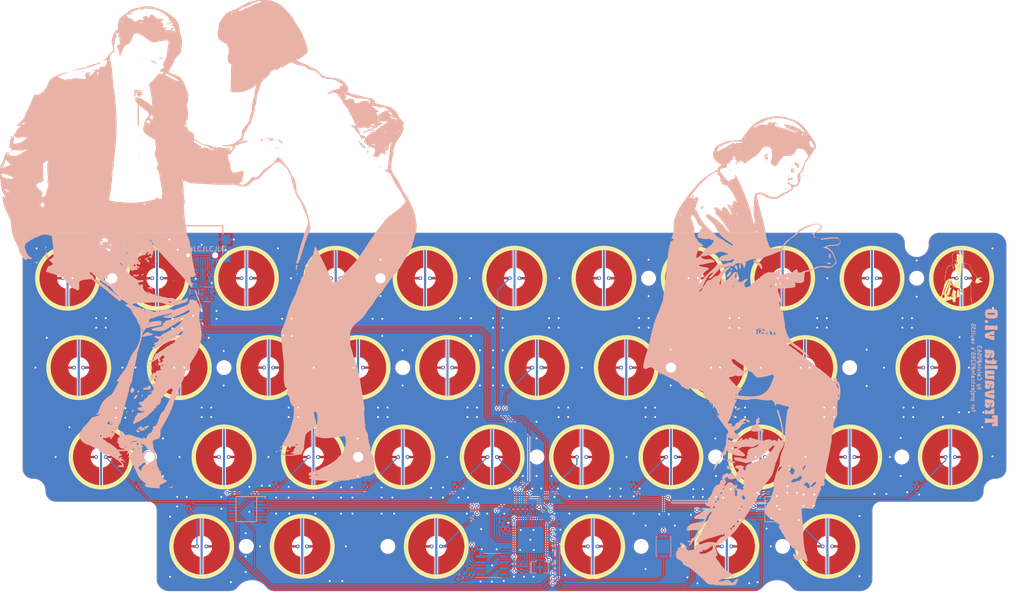
<source format=kicad_pcb>
(kicad_pcb (version 20221018) (generator pcbnew)
  (layers (0 "F.Cu" signal) (1 "In1.Cu" signal) (2 "In2.Cu" signal) (31 "B.Cu" signal) (34 "B.Paste" user) (35 "F.Paste" user) (36 "B.SilkS" user "B.Silkscreen") (37 "F.SilkS" user "F.Silkscreen") (38 "B.Mask" user) (39 "F.Mask" user) (44 "Edge.Cuts" user))
  (net 0 "")
  (net 1 "GND")
  (net 2 "D-")
  (net 3 "D+")
  (net 4 "VCC")
  (net 5 "+5V")
  (net 6 "Net-(U1-VCAP1)")
  (net 7 "NRST")
  (net 8 "APLEX_OUT_PIN_0")
  (net 9 "ROW0")
  (net 10 "ROW1")
  (net 11 "Net-(JP1-B)")
  (net 12 "VBAT")
  (net 13 "BOOT1")
  (net 14 "COL0")
  (net 15 "COL1")
  (net 16 "COL2")
  (net 17 "COL3")
  (net 18 "COL4")
  (net 19 "COL5")
  (net 20 "COL6")
  (net 21 "COL7")
  (net 22 "COL8")
  (net 23 "COL9")
  (net 24 "ROW2")
  (net 25 "ROW3")
  (net 26 "Net-(U1-PB12)")
  (net 27 "Net-(U1-PB15)")
  (net 28 "Net-(U1-PA10)")
  (net 29 "XTAL0")
  (net 30 "XTAL1")
  (net 31 "Net-(U1-PB14)")
  (net 32 "Net-(U1-PB13)")
  (net 33 "Net-(USB1-CC1)")
  (net 34 "Net-(USB1-CC2)")
  (net 39 "SWDIO")
  (net 40 "SWCLK")
  (net 41 "ADC")
  (net 43 "AMUX_SEL_2")
  (net 44 "AMUX_SEL_1")
  (net 45 "AMUX_SEL_0")
  (net 46 "BOOT0")
  (net 47 "APLEX_EN_PIN_1")
  (net 48 "APLEX_EN_PIN_0")
  (footprint "cipulot_parts:ecs_pad_1U_no_ring" (layer "F.Cu") (at 211.1375 76.2)
    (fp_text reference "SW20")
    (fp_text value "EC_SW" hide)
  )
  (footprint "cipulot_parts:HOLE_M2" (layer "F.Cu") (at 120.65 57.15)
    (fp_text reference "H2" hide)
    (fp_text value "MountingHole" hide)
  )
  (footprint "cipulot_parts:ecs_pad_1U_no_ring" (layer "F.Cu") (at 163.5125 95.25 180)
    (fp_text reference "SW27")
    (fp_text value "EC_SW" hide)
  )
  (footprint "cipulot_parts:HOLE_M2" (layer "F.Cu") (at 153.9875 95.25)
    (fp_text reference "H11" hide)
    (fp_text value "MountingHole" hide)
  )
  (footprint "cipulot_parts:ecs_pad_1U_no_ring" (layer "F.Cu") (at 115.8875 76.2)
    (fp_text reference "SW15")
    (fp_text value "EC_SW" hide)
  )
  (footprint "cipulot_parts:ecs_pad_1U_no_ring" (layer "F.Cu") (at 173.0375 76.2)
    (fp_text reference "SW18")
    (fp_text value "EC_SW" hide)
  )
  (footprint "cipulot_parts:ecs_pad_1U_no_ring" (layer "F.Cu") (at 53.975 57.15)
    (fp_text reference "SW1")
    (fp_text value "EC_SW" hide)
  )
  (footprint "cipulot_parts:ecs_pad_1U_no_ring" (layer "F.Cu") (at 206.375 57.15)
    (fp_text reference "SW9")
    (fp_text value "EC_SW" hide)
  )
  (footprint "cipulot_parts:ecs_pad_1U_no_ring" (layer "F.Cu") (at 182.5625 95.25 180)
    (fp_text reference "SW28")
    (fp_text value "EC_SW" hide)
  )
  (footprint "cipulot_parts:HOLE_M2" (layer "F.Cu") (at 63.5 57.15)
    (fp_text reference "H1" hide)
    (fp_text value "MountingHole" hide)
  )
  (footprint "cipulot_parts:ecs_pad_1U_no_ring" (layer "F.Cu") (at 111.125 57.15)
    (fp_text reference "SW4")
    (fp_text value "EC_SW" hide)
  )
  (footprint "cipulot_parts:ecs_pad_1U_no_ring" (layer "F.Cu") (at 153.9875 76.2)
    (fp_text reference "SW17")
    (fp_text value "EC_SW" hide)
  )
  (footprint "cipulot_parts:ecs_pad_1U_no_ring" (layer "F.Cu") (at 56.358 76.2)
    (fp_text reference "SW12")
    (fp_text value "EC_SW" hide)
  )
  (footprint "cipulot_parts:ecs_pad_1U_no_ring" (layer "F.Cu") (at 87.3125 95.25 180)
    (fp_text reference "SW23")
    (fp_text value "EC_SW" hide)
  )
  (footprint "cipulot_parts:ecs_pad_1U_no_ring" (layer "F.Cu") (at 132.555 114.3 180)
    (fp_text reference "SW34")
    (fp_text value "EC_SW" hide)
  )
  (footprint "cipulot_parts:ecs_pad_1U_no_ring" (layer "F.Cu") (at 61.12 95.25)
    (fp_text reference "SW22")
    (fp_text value "EC_SW" hide)
  )
  (footprint "cipulot_parts:ecs_pad_1U_no_ring" (layer "F.Cu") (at 134.9375 76.2)
    (fp_text reference "SW16")
    (fp_text value "EC_SW" hide)
  )
  (footprint "cipulot_parts:ecs_pad_1U_no_ring" (layer "F.Cu") (at 96.8375 76.2)
    (fp_text reference "SW14")
    (fp_text value "EC_SW" hide)
  )
  (footprint "cipulot_parts:HOLE_M2" (layer "F.Cu") (at 71.4375 95.25)
    (fp_text reference "H9" hide)
    (fp_text value "MountingHole" hide)
  )
  (footprint "cipulot_parts:ecs_pad_1U_no_ring" (layer "F.Cu") (at 168.275 57.15)
    (fp_text reference "SW7")
    (fp_text value "EC_SW" hide)
  )
  (footprint "cipulot_parts:HOLE_M2" (layer "F.Cu") (at 231.775 95.25)
    (fp_text reference "H13" hide)
    (fp_text value "MountingHole" hide)
  )
  (footprint "cipulot_parts:ecs_pad_1U_no_ring" (layer "F.Cu") (at 106.3625 95.25 180)
    (fp_text reference "SW24")
    (fp_text value "EC_SW" hide)
  )
  (footprint "cipulot_parts:ecs_pad_1U_no_ring" (layer "F.Cu") (at 244.475 57.15)
    (fp_text reference "SW11")
    (fp_text value "EC_SW" hide)
  )
  (footprint "cipulot_parts:HOLE_M2" (layer "F.Cu") (at 87.3125 76.2)
    (fp_text reference "H5" hide)
    (fp_text value "MountingHole" hide)
  )
  (footprint "cipulot_parts:ecs_pad_1U_no_ring" (layer "F.Cu") (at 242.095 95.25 180)
    (fp_text reference "SW31")
    (fp_text value "EC_SW" hide)
  )
  (footprint "cipulot_parts:ecs_pad_1U_no_ring" (layer "F.Cu") (at 73.025 57.15)
    (fp_text reference "SW2")
    (fp_text value "EC_SW" hide)
  )
  (footprint "LOGO" (layer "F.Cu") (at 244.475 57.15)
    (fp_text reference "G***" hide)
    (fp_text value "LOGO" hide)
  )
  (footprint "cipulot_parts:ecs_pad_1U_no_ring" (layer "F.Cu") (at 130.175 57.15)
    (fp_text reference "SW5")
    (fp_text value "EC_SW" hide)
  )
  (footprint "cipulot_parts:ecs_pad_1U_no_ring" (layer "F.Cu") (at 187.325 57.15)
    (fp_text reference "SW8")
    (fp_text value "EC_SW" hide)
  )
  (footprint "cipulot_parts:HOLE_M2" (layer "F.Cu") (at 115.8875 95.25)
    (fp_text reference "H10" hide)
    (fp_text value "MountingHole" hide)
  )
  (footprint "cipulot_parts:ecs_pad_1U_no_ring" (layer "F.Cu") (at 77.7875 76.2)
    (fp_text reference "SW13")
    (fp_text value "EC_SW" hide)
  )
  (footprint "cipulot_parts:ecs_pad_1U_no_ring" (layer "F.Cu") (at 237.33 76.2 180)
    (fp_text reference "SW21")
    (fp_text value "EC_SW" hide)
  )
  (footprint "cipulot_parts:HOLE_M2" (layer "F.Cu") (at 220.6625 76.2)
    (fp_text reference "H8" hide)
    (fp_text value "MountingHole" hide)
  )
  (footprint "cipulot_parts:HOLE_M2" (layer "F.Cu") (at 122.2375 114.3)
    (fp_text reference "H15" hide)
    (fp_text value "MountingHole" hide)
  )
  (footprint "cipulot_parts:HOLE_M2" (layer "F.Cu") (at 177.8 57.15)
    (fp_text reference "H3" hide)
    (fp_text value "MountingHole" hide)
  )
  (footprint "cipulot_parts:ecs_pad_1U_no_ring" (layer "F.Cu") (at 194.47 114.3 180)
    (fp_text reference "SW36")
    (fp_text value "EC_SW" hide)
  )
  (footprint "cipulot_parts:ecs_pad_1U_no_ring" (layer "F.Cu") (at 165.892 114.3 180)
    (fp_text reference "SW35")
    (fp_text value "EC_SW" hide)
  )
  (footprint "cipulot_parts:HOLE_M2" (layer "F.Cu") (at 206.375 114.3)
    (fp_text reference "H17" hide)
    (fp_text value "MountingHole" hide)
  )
  (footprint "cipulot_parts:ecs_pad_1U_no_ring" (layer "F.Cu") (at 125.4125 95.25 180)
    (fp_text reference "SW25")
    (fp_text value "EC_SW" hide)
  )
  (footprint "cipulot_parts:ecs_pad_1U_no_ring" (layer "F.Cu") (at 103.98 114.3 180)
    (fp_text reference "SW33")
    (fp_text value "EC_SW" hide)
  )
  (footprint "cipulot_parts:HOLE_M2" (layer "F.Cu") (at 234.95 57.15)
    (fp_text reference "H4" hide)
    (fp_text value "MountingHole" hide)
  )
  (footprint "cipulot_parts:ecs_pad_1U_no_ring" (layer "F.Cu") (at 82.55 114.3 180)
    (fp_text reference "SW32")
    (fp_text value "EC_SW" hide)
  )
  (footprint "cipulot_parts:HOLE_M2" (layer "F.Cu") (at 125.4125 76.2)
    (fp_text reference "H6" hide)
    (fp_text value "MountingHole" hide)
  )
  (footprint "cipulot_parts:ecs_pad_1U_no_ring" (layer "F.Cu") (at 92.075 57.15)
    (fp_text reference "SW3")
    (fp_text value "EC_SW" hide)
  )
  (footprint "cipulot_parts:ecs_pad_1U_no_ring" (layer "F.Cu") (at 144.4625 95.25 180)
    (fp_text reference "SW26")
    (fp_text value "EC_SW" hide)
  )
  (footprint "cipulot_parts:HOLE_M2" (layer "F.Cu") (at 176.2125 114.3)
    (fp_text reference "H16" hide)
    (fp_text value "MountingHole" hide)
  )
  (footprint "cipulot_parts:HOLE_M2" (layer "F.Cu") (at 192.0875 95.25)
    (fp_text reference "H12" hide)
    (fp_text value "MountingHole" hide)
  )
  (footprint "cipulot_parts:ecs_pad_1U_no_ring" (layer "F.Cu") (at 149.225 57.15)
    (fp_text reference "SW6")
    (fp_text value "EC_SW" hide)
  )
  (footprint "cipulot_parts:ecs_pad_1U_no_ring" (layer "F.Cu") (at 220.6625 95.25 180)
    (fp_text reference "SW30")
    (fp_text value "EC_SW" hide)
  )
  (footprint "cipulot_parts:ecs_pad_1U_no_ring" (layer "F.Cu") (at 201.6125 95.25 180)
    (fp_text reference "SW29")
    (fp_text value "EC_SW" hide)
  )
  (footprint "cipulot_parts:ecs_pad_1U_no_ring" (layer "F.Cu") (at 215.9 114.3 180)
    (fp_text reference "SW37")
    (fp_text value "EC_SW" hide)
  )
  (footprint "cipulot_parts:ecs_pad_1U_no_ring" (layer "F.Cu") (at 225.425 57.15)
    (fp_text reference "SW10")
    (fp_text value "EC_SW" hide)
  )
  (footprint "cipulot_parts:HOLE_M2" (layer "F.Cu") (at 182.5625 76.2)
    (fp_text reference "H7" hide)
    (fp_text value "MountingHole" hide)
  )
  (footprint "cipulot_parts:HOLE_M2" (layer "F.Cu") (at 92.075 114.3)
    (fp_text reference "H14" hide)
    (fp_text value "MountingHole" hide)
  )
  (footprint "cipulot_parts:ecs_pad_1U_no_ring" (layer "F.Cu") (at 192.0875 76.2)
    (fp_text reference "SW19")
    (fp_text value "EC_SW" hide)
  )
  (footprint "Crystal:Resonator_SMD_Murata_CSTxExxV-3Pin_3.0x1.1mm" (layer "B.Cu") (at 154.616 118.745)
    (fp_text reference "Y1" hide)
    (fp_text value "8 MHz")
  )
  (footprint "Capacitor_SMD:C_0402_1005Metric" (layer "B.Cu") (at 147.504 108.331 180)
    (fp_text reference "C7" hide)
    (fp_text value "100n")
  )
  (footprint "Capacitor_SMD:C_0402_1005Metric" (layer "B.Cu") (at 202.311 102.87)
    (fp_text reference "C12" hide)
    (fp_text value "100n")
  )
  (footprint "Capacitor_SMD:C_0402_1005Metric" (layer "B.Cu") (at 149.031 118.02 -90)
    (fp_text reference "C15" hide)
    (fp_text value "100n")
  )
  (footprint "LOGO" (layer "B.Cu") (at 69.85 50.8 180)
    (fp_text reference "G***" hide)
    (fp_text value "LOGO" hide)
  )
  (footprint "Package_SO:SOIC-8_3.9x4.9mm_P1.27mm" (layer "B.Cu") (at 144.460375 118.364)
    (fp_text reference "U5" hide)
    (fp_text value "OPA350")
  )
  (footprint "Resistor_SMD:R_0402_1005Metric" (layer "B.Cu") (at 146.742 110.617 -90)
    (fp_text reference "R7" hide)
    (fp_text value "10k")
  )
  (footprint "Resistor_SMD:R_0402_1005Metric" (layer "B.Cu") (at 98.425 101.6 90)
    (fp_text reference "R11" hide)
    (fp_text value "100k")
  )
  (footprint "Resistor_SMD:R_0402_1005Metric" (layer "B.Cu") (at 151.511 106.387 -90)
    (fp_text reference "R2" hide)
    (fp_text value "100")
  )
  (footprint "Capacitor_SMD:C_0402_1005Metric" (layer "B.Cu") (at 157.791 115.663994)
    (fp_text reference "C9" hide)
    (fp_text value "100n")
  )
  (footprint "Resistor_SMD:R_0402_1005Metric" (layer "B.Cu") (at 153.035 105.918)
    (fp_text reference "R4" hide)
    (fp_text value "100k")
  )
  (footprint "Package_DFN_QFN:QFN-48-1EP_7x7mm_P0.5mm_EP5.6x5.6mm" (layer "B.Cu") (at 152.654 112.903 90)
    (fp_text reference "U1" hide)
    (fp_text value "STM32F401CBUx")
  )
  (footprint "Resistor_SMD:R_0402_1005Metric" (layer "B.Cu") (at 157.1625 101.6 90)
    (fp_text reference "R12" hide)
    (fp_text value "100k")
  )
  (footprint "Resistor_SMD:R_0402_1005Metric" (layer "B.Cu") (at 69.088 101.6 90)
    (fp_text reference "R15" hide)
    (fp_text value "100k")
  )
  (footprint "Capacitor_SMD:C_0402_1005Metric" (layer "B.Cu") (at 151.063 118.02 -90)
    (fp_text reference "C11" hide)
    (fp_text value "1u")
  )
  (footprint "Resistor_SMD:R_0402_1005Metric" (layer "B.Cu") (at 79.883 106.299 90)
    (fp_text reference "R13" hide)
    (fp_text value "100k")
  )
  (footprint "Capacitor_SMD:C_0402_1005Metric" (layer "B.Cu") (at 157.791 109.474)
    (fp_text reference "C8" hide)
    (fp_text value "100n")
  )
  (footprint "Resistor_SMD:R_0402_1005Metric" (layer "B.Cu") (at 174.625 101.6 90)
    (fp_text reference "R10" hide)
    (fp_text value "100k")
  )
  (footprint "cipulot_parts:TSSOP16" (layer "B.Cu") (at 204.7875 106.3625 -90)
    (fp_text reference "U3")
    (fp_text value "74HC4051")
  )
  (footprint "Resistor_SMD:R_0402_1005Metric" (layer "B.Cu") (at 148.463 106.387 90)
    (fp_text reference "R1" hide)
    (fp_text value "100")
  )
  (footprint "Resistor_SMD:R_0402_1005Metric" (layer "B.Cu") (at 234.95 101.6 90)
    (fp_text reference "R16" hide)
    (fp_text value "100k")
  )
  (footprint "LOGO" (layer "B.Cu") (at 250.825 76.2 90)
    (fp_text reference "G***" hide)
    (fp_text value "LOGO" hide)
  )
  (footprint "Capacitor_SMD:C_0402_1005Metric" (layer "B.Cu") (at 140.650375 114.935 180)
    (fp_text reference "C14" hide)
    (fp_text value "220p")
  )
  (footprint "Resistor_SMD:R_0402_1005Metric" (layer "B.Cu") (at 149.479 106.387 90)
    (fp_text reference "R9" hide)
    (fp_text value "100")
  )
  (footprint "Capacitor_SMD:C_0402_1005Metric" (layer "B.Cu") (at 89.587153 102.878779)
    (fp_text reference "C13" hide)
    (fp_text value "100n")
  )
  (footprint "Resistor_SMD:R_0402_1005Metric" (layer "B.Cu") (at 140.015375 120.396 -90)
    (fp_text reference "R21" hide)
    (fp_text value "100k")
  )
  (footprint "Capacitor_SMD:C_0402_1005Metric" (layer "B.Cu") (at 82.423 69.85)
    (fp_text reference "C5" hide)
    (fp_text value "1u")
  )
  (footprint "Resistor_SMD:R_0402_1005Metric" (layer "B.Cu") (at 193.675 101.6 90)
    (fp_text reference "R20" hide)
    (fp_text value "100k")
  )
  (footprint "Resistor_SMD:R_0402_1005Metric" (layer "B.Cu") (at 139.634375 118.491 180)
    (fp_text reference "R23" hide)
    (fp_text value "1k")
  )
  (footprint "Resistor_SMD:R_0402_1005Metric" (layer "B.Cu") (at 207.9625 111.125 -90)
    (fp_text reference "R14" hide)
    (fp_text value "100k")
  )
  (footprint "Resistor_SMD:R_0402_1005Metric" (layer "B.Cu") (at 150.679 119.507)
    (fp_text reference "R6" hide)
    (fp_text value "10k")
  )
  (footprint "Fuse:Fuse_1206_3216Metric" (layer "B.Cu") (at 80.9625 60.071 -90)
    (fp_text reference "F_USBC1" hide)
    (fp_text value "500mA")
  )
  (footprint "Package_TO_SOT_SMD:SOT-143" (layer "B.Cu") (at 83.693 60.579 180)
    (fp_text reference "D1" hide)
    (fp_text value "PRTR5V0U2X")
  )
  (footprint "Resistor_SMD:R_0402_1005Metric" (layer "B.Cu") (at 81.28 55.88 90)
    (fp_text reference "R18" hide)
    (fp_text value "5.1k")
  )
  (footprint "Resistor_SMD:R_0402_1005Metric" (layer "B.Cu") (at 157.41 114.173 -90)
    (fp_text reference "R3" hide)
    (fp_text value "10k")
  )
  (footprint "Resistor_SMD:R_0402_1005Metric" (layer "B.Cu") (at 150.495 106.387 -90)
    (fp_text reference "R8" hide)
    (fp_text value "100")
  )
  (footprint "Capacitor_SMD:C_0402_1005Metric" (layer "B.Cu") (at 147.885 110.617 90)
    (fp_text reference "C1" hide)
    (fp_text value "4.7u")
  )
  (footprint "Capacitor_SMD:C_0402_1005Metric" (layer "B.Cu") (at 81.407 62.865)
    (fp_text reference "C4" hide)
    (fp_text value "1u")
  )
  (footprint "cipulot_parts:TSSOP16" (layer "B.Cu") (at 92.075 106.3625 -90)
    (fp_text reference "U4")
    (fp_text value "74HC4051")
  )
  (footprint "Button_Switch_SMD:SW_Push_SPST_NO_Alps_SKRK" (layer "B.Cu") (at 180.975 114.3 -90)
    (fp_text reference "SW38" hide)
    (fp_text value "BOOT0")
  )
  (footprint "Capacitor_SMD:C_0402_1005Metric" (layer "B.Cu") (at 157.41 117.983 -90)
    (fp_text reference "C6" hide)
    (fp_text value "100n")
  )
  (footprint "Package_TO_SOT_SMD:SOT-23" (layer "B.Cu") (at 81.026 67.564 180)
    (fp_text reference "U2" hide)
    (fp_text value "XC6206PxxxMR")
  )
  (footprint "LOGO" (layer "B.Cu") (at 197.679332 72.773321 180)
    (fp_text reference "G***" hide)
    (fp_text value "LOGO" hide)
  )
  (footprint "Resistor_SMD:R_0603_1608Metric_Pad0.98x0.95mm_HandSolder" (layer "B.Cu") (at 137.856375 120.65 45)
    (fp_text reference "JP1" hide)
    (fp_text value "Ext_Res")
  )
  (footprint "cipulot_parts:TYPEC-304YSSW-ACP16" (layer "B.Cu") (at 82.55 45.974)
    (fp_text reference "USB1" hide)
    (fp_text value "TYPEC-304YSSW-ACP16")
  )
  (footprint "Resistor_SMD:R_0402_1005Metric" (layer "B.Cu") (at 136.525 101.6 90)
    (fp_text reference "R19" hide)
    (fp_text value "100k")
  )
  (footprint "LOGO" (layer "B.Cu") (at 98.425 49.2125 180)
    (fp_text reference "G***" hide)
    (fp_text value "LOGO" hide)
  )
  (footprint "Resistor_SMD:R_0402_1005Metric" (layer "B.Cu") (at 84.201 56.39 -90)
    (fp_text reference "R24" hide)
    (fp_text value "5.1k")
  )
  (footprint "Capacitor_SMD:C_0402_1005Metric" (layer "B.Cu") (at 150.047 118.02 -90)
    (fp_text reference "C10" hide)
    (fp_text value "100n")
  )
  (footprint "Resistor_SMD:R_0402_1005Metric" (layer "B.Cu") (at 117.475 101.6 90)
    (fp_text reference "R17" hide)
    (fp_text value "100k")
  )
  (gr_arc locked (start 237.500001 49.675) (mid 238.144372 48.119371) (end 239.7 47.475001) (stroke (width 0.05)) (layer "Edge.Cuts"))
  (gr_line locked (start 85.470568 47.474999) (end 79.640568 47.474999) (stroke (width 0.05)) (layer "Edge.Cuts"))
  (gr_arc locked (start 90.257292 122.969097) (mid 93.265625 121.49072) (end 96.273958 122.969097) (stroke (width 0.05)) (layer "Edge.Cuts"))
  (gr_line locked (start 72.95 106.575) (end 72.95 121.224999) (stroke (width 0.05)) (layer "Edge.Cuts"))
  (gr_line locked (start 98.015625 123.825) (end 200.434375 123.825) (stroke (width 0.05)) (layer "Edge.Cuts"))
  (gr_line locked (start 251.474999 47.474999) (end 239.7 47.475001) (stroke (width 0.05)) (layer "Edge.Cuts"))
  (gr_line locked (start 46.575 99.884) (end 46.716 99.884) (stroke (width 0.05)) (layer "Edge.Cuts"))
  (gr_arc locked (start 66.05 49.675) (mid 66.694371 48.119372) (end 68.249999 47.474999) (stroke (width 0.05)) (layer "Edge.Cuts"))
  (gr_line locked (start 209.934375 123.825) (end 222.9 123.825) (stroke (width 0.05)) (layer "Edge.Cuts"))
  (gr_arc locked (start 202.176041 122.969097) (mid 205.184375 121.490719) (end 208.192708 122.969097) (stroke (width 0.05)) (layer "Edge.Cuts"))
  (gr_arc locked (start 230.200001 47.474999) (mid 231.755646 48.119357) (end 232.4 49.675) (stroke (width 0.05)) (layer "Edge.Cuts"))
  (gr_arc locked (start 66.05 50.075) (mid 63.499999 52.624976) (end 60.949999 50.074999) (stroke (width 0.05)) (layer "Edge.Cuts"))
  (gr_line locked (start 225.5 121.224999) (end 225.5 106.575) (stroke (width 0.05)) (layer "Edge.Cuts"))
  (gr_line locked (start 249.184374 102.574999) (end 249.184374 102.433999) (stroke (width 0.05)) (layer "Edge.Cuts"))
  (gr_line locked (start 58.75 47.475001) (end 46.975 47.474999) (stroke (width 0.05)) (layer "Edge.Cuts"))
  (gr_arc locked (start 249.184374 102.574999) (mid 248.54 104.130605) (end 246.984375 104.774998) (stroke (width 0.05)) (layer "Edge.Cuts"))
  (gr_arc locked (start 71.150001 104.774999) (mid 72.422802 105.302199) (end 72.95 106.575) (stroke (width 0.05)) (layer "Edge.Cuts"))
  (gr_line locked (start 232.4 50.075) (end 232.4 49.675) (stroke (width 0.05)) (layer "Edge.Cuts"))
  (gr_arc locked (start 202.176041 122.969097) (mid 201.404683 123.599469) (end 200.434375 123.825) (stroke (width 0.05)) (layer "Edge.Cuts"))
  (gr_line locked (start 254.075 97.684) (end 254.075 50.075) (stroke (width 0.05)) (layer "Edge.Cuts"))
  (gr_line locked (start 60.949999 50.074999) (end 60.949999 49.675) (stroke (width 0.05)) (layer "Edge.Cuts"))
  (gr_line locked (start 227.299999 104.774999) (end 246.984375 104.774998) (stroke (width 0.05)) (layer "Edge.Cuts"))
  (gr_line locked (start 230.200001 47.474999) (end 85.470568 47.474999) (stroke (width 0.05)) (layer "Edge.Cuts"))
  (gr_arc locked (start 225.5 106.575) (mid 226.027214 105.302214) (end 227.299999 104.774999) (stroke (width 0.05)) (layer "Edge.Cuts"))
  (gr_arc locked (start 225.5 121.224999) (mid 224.738484 123.063483) (end 222.9 123.825) (stroke (width 0.05)) (layer "Edge.Cuts"))
  (gr_arc locked (start 90.257292 122.969097) (mid 89.485929 123.599459) (end 88.515625 123.825) (stroke (width 0.05)) (layer "Edge.Cuts"))
  (gr_arc locked (start 46.716 99.884) (mid 48.519131 100.630869) (end 49.266 102.433999) (stroke (width 0.05)) (layer "Edge.Cuts"))
  (gr_line locked (start 79.640568 47.474999) (end 68.249999 47.474999) (stroke (width 0.05)) (layer "Edge.Cuts"))
  (gr_arc locked (start 251.474999 47.474999) (mid 253.313488 48.236514) (end 254.075 50.075) (stroke (width 0.05)) (layer "Edge.Cuts"))
  (gr_line locked (start 75.55 123.825) (end 88.515625 123.825) (stroke (width 0.05)) (layer "Edge.Cuts"))
  (gr_arc locked (start 44.375 50.075) (mid 45.136508 48.236507) (end 46.975 47.474999) (stroke (width 0.05)) (layer "Edge.Cuts"))
  (gr_arc locked (start 237.500001 50.074999) (mid 234.950005 52.624958) (end 232.4 50.075) (stroke (width 0.05)) (layer "Edge.Cuts"))
  (gr_line locked (start 44.375 50.075) (end 44.375 97.684) (stroke (width 0.05)) (layer "Edge.Cuts"))
  (gr_arc locked (start 209.934375 123.825) (mid 208.964047 123.599508) (end 208.192708 122.969097) (stroke (width 0.05)) (layer "Edge.Cuts"))
  (gr_arc locked (start 75.55 123.825) (mid 73.711531 123.063469) (end 72.95 121.224999) (stroke (width 0.05)) (layer "Edge.Cuts"))
  (gr_arc locked (start 254.075 97.684) (mid 253.430641 99.23964) (end 251.875 99.884) (stroke (width 0.05)) (layer "Edge.Cuts"))
  (gr_arc locked (start 98.015625 123.825) (mid 97.045319 123.599465) (end 96.273958 122.969097) (stroke (width 0.05)) (layer "Edge.Cuts"))
  (gr_line locked (start 251.734375 99.884) (end 251.875 99.884) (stroke (width 0.05)) (layer "Edge.Cuts"))
  (gr_arc locked (start 51.466 104.774999) (mid 49.910375 104.130625) (end 49.266 102.575) (stroke (width 0.05)) (layer "Edge.Cuts"))
  (gr_line locked (start 66.05 49.675) (end 66.05 50.075) (stroke (width 0.05)) (layer "Edge.Cuts"))
  (gr_arc locked (start 58.75 47.475001) (mid 60.305643 48.119357) (end 60.949999 49.675) (stroke (width 0.05)) (layer "Edge.Cuts"))
  (gr_line locked (start 237.500001 49.675) (end 237.500001 50.074999) (stroke (width 0.05)) (layer "Edge.Cuts"))
  (gr_line locked (start 49.266 102.433999) (end 49.266 102.575) (stroke (width 0.05)) (layer "Edge.Cuts"))
  (gr_arc locked (start 46.575 99.884) (mid 45.019374 99.239626) (end 44.375 97.684) (stroke (width 0.05)) (layer "Edge.Cuts"))
  (gr_line locked (start 51.466 104.774999) (end 71.150001 104.774999) (stroke (width 0.05)) (layer "Edge.Cuts"))
  (gr_arc locked (start 249.184374 102.433999) (mid 249.931233 100.630857) (end 251.734375 99.884) (stroke (width 0.05)) (layer "Edge.Cuts"))
  (gr_text "JLCJLCJLCJLC" (at 82.55 50.927) (layer "B.SilkS") (effects (font (size 1 1))))
  (gr_text "by Calvin#0563\nfor projectcain#5265's vault35\n" (at 247.65 76.2 -90) (layer "B.SilkS") (effects (font (size 0.8 0.8)) (justify mirror)))
  (segment (start 81.28 57.277) (end 83.82 57.277) (width 0.25) (layer "F.Cu") (net 1))
  (segment (start 83.82 57.277) (end 84.709 58.166) (width 0.25) (layer "F.Cu") (net 1))
  (via (at 74.295 91.313) (size 0.8) (drill 0.4) (layers "F.Cu" "B.Cu") (net 1))
  (via (at 188.214 122.174) (size 0.8) (drill 0.4) (layers "F.Cu" "B.Cu") (net 1))
  (via (at 151.003 99.314) (size 0.8) (drill 0.4) (layers "F.Cu" "B.Cu") (net 1))
  (via (at 248.92 88.9) (size 0.8) (drill 0.4) (layers "F.Cu" "B.Cu") (net 1))
  (via (at 92.71 106.934) (size 0.8) (drill 0.4) (layers "F.Cu" "B.Cu") (net 1))
  (via (at 196.342 86.741) (size 0.8) (drill 0.4) (layers "F.Cu" "B.Cu") (net 1))
  (via (at 97.028 101.346) (size 0.8) (drill 0.4) (layers "F.Cu" "B.Cu") (net 1))
  (via (at 177.165 109.855) (size 0.8) (drill 0.4) (layers "F.Cu" "B.Cu") (net 1))
  (via (at 101.727 69.469) (size 0.8) (drill 0.4) (layers "F.Cu" "B.Cu") (net 1))
  (via (at 81.28 57.277) (size 0.8) (drill 0.4) (layers "F.Cu" "B.Cu") (net 1))
  (via (at 106.807 107.315) (size 0.8) (drill 0.4) (layers "F.Cu" "B.Cu") (net 1))
  (via (at 82.55 49.999) (size 0.8) (drill 0.4) (layers "F.Cu" "B.Cu") (net 1))
  (via (at 233.934 67.691) (size 0.8) (drill 0.4) (layers "F.Cu" "B.Cu") (net 1))
  (via (at 87.249 80.01) (size 0.8) (drill 0.4) (layers "F.Cu" "B.Cu") (net 1))
  (via (at 79.375 103.759) (size 0.8) (drill 0.4) (layers "F.Cu" "B.Cu") (net 1))
  (via (at 146.939 121.666) (size 0.8) (drill 0.4) (layers "F.Cu" "B.Cu") (net 1))
  (via (at 47.117 76.2) (size 0.8) (drill 0.4) (layers "F.Cu" "B.Cu") (net 1))
  (via (at 131.445 101.854) (size 0.8) (drill 0.4) (layers "F.Cu" "B.Cu") (net 1))
  (via (at 169.545 103.632) (size 0.8) (drill 0.4) (layers "F.Cu" "B.Cu") (net 1))
  (via (at 196.342 84.709) (size 0.8) (drill 0.4) (layers "F.Cu" "B.Cu") (net 1))
  (via (at 77.43 51.094) (size 0.8) (drill 0.4) (layers "F.Cu" "B.Cu") (net 1))
  (via (at 112.268 107.315) (size 0.8) (drill 0.4) (layers "F.Cu" "B.Cu") (net 1))
  (via (at 232.156 86.741) (size 0.8) (drill 0.4) (layers "F.Cu" "B.Cu") (net 1))
  (via (at 182.499 80.01) (size 0.8) (drill 0.4) (layers "F.Cu" "B.Cu") (net 1))
  (via (at 77.343 105.791) (size 0.8) (drill 0.4) (layers "F.Cu" "B.Cu") (net 1))
  (via (at 76.327 67.818) (size 0.8) (drill 0.4) (layers "F.Cu" "B.Cu") (net 1))
  (via (at 186.055 120.904) (size 0.8) (drill 0.4) (layers "F.Cu" "B.Cu") (net 1))
  (via (at 113.284 114.3) (size 0.8) (drill 0.4) (layers "F.Cu" "B.Cu") (net 1))
  (via (at 215.773 67.691) (size 0.8) (drill 0.4) (layers "F.Cu" "B.Cu") (net 1))
  (via (at 171.831 101.981) (size 0.8) (drill 0.4) (layers "F.Cu" "B.Cu") (net 1))
  (via (at 195.072 67.691) (size 0.8) (drill 0.4) (layers "F.Cu" "B.Cu") (net 1))
  (via (at 144.653 76.2) (size 0.8) (drill 0.4) (layers "F.Cu" "B.Cu") (net 1))
  (via (at 114.681 103.886) (size 0.8) (drill 0.4) (layers "F.Cu" "B.Cu") (net 1))
  (via (at 82.55 86.741) (size 0.8) (drill 0.4) (layers "F.Cu" "B.Cu") (net 1))
  (via (at 142.113 110.617) (size 0.8) (drill 0.4) (layers "F.Cu" "B.Cu") (net 1))
  (via (at 231.521 99.314) (size 0.8) (drill 0.4) (layers "F.Cu" "B.Cu") (net 1))
  (via (at 160.909 107.315) (size 0.8) (drill 0.4) (layers "F.Cu" "B.Cu") (net 1))
  (via (at 114.554 101.727) (size 0.8) (drill 0.4) (layers "F.Cu" "B.Cu") (net 1))
  (via (at 231.902 67.691) (size 0.8) (drill 0.4) (layers "F.Cu" "B.Cu") (net 1))
  (via (at 118.999 65.786) (size 0.8) (drill 0.4) (layers "F.Cu" "B.Cu") (net 1))
  (via (at 189.357 103.759) (size 0.8) (drill 0.4) (layers "F.Cu" "B.Cu") (net 1))
  (via (at 75.819 120.777) (size 0.8) (drill 0.4) (layers "F.Cu" "B.Cu") (net 1))
  (via (at 137.668 65.659) (size 0.8) (drill 0.4) (layers "F.Cu" "B.Cu") (net 1))
  (via (at 84.582 86.741) (size 0.8) (drill 0.4) (layers "F.Cu" "B.Cu") (net 1))
  (via (at 173.101 95.25) (size 0.8) (drill 0.4) (layers "F.Cu" "B.Cu") (net 1))
  (via (at 141.859 80.01) (size 0.8) (drill 0.4) (layers "F.Cu" "B.Cu") (net 1))
  (via (at 120.904 107.315) (size 0.8) (drill 0.4) (layers "F.Cu" "B.Cu") (net 1))
  (via (at 152.584 112.903) (size 0.8) (drill 0.4) (layers "F.Cu" "B.Cu") (net 1))
  (via (at 144.460375 118.364) (size 0.8) (drill 0.4) (layers "F.Cu" "B.Cu") (net 1))
  (via (at 47.371 50.8) (size 0.8) (drill 0.4) (layers "F.Cu" "B.Cu") (net 1))
  (via (at 99.695 65.786) (size 0.8) (drill 0.4) (layers "F.Cu" "B.Cu") (net 1))
  (via (at 210.82 103.251) (size 0.8) (drill 0.4) (layers "F.Cu" "B.Cu") (net 1))
  (via (at 199.263 122.174) (size 0.8) (drill 0.4) (layers "F.Cu" "B.Cu") (net 1))
  (via (at 195.072 65.659) (size 0.8) (drill 0.4) (layers "F.Cu" "B.Cu") (net 1))
  (via (at 231.902 65.659) (size 0.8) (drill 0.4) (layers "F.Cu" "B.Cu") (net 1))
  (via (at 234.95 61.087) (size 0.8) (drill 0.4) (layers "F.Cu" "B.Cu") (net 1))
  (via (at 144.653 65.659) (size 0.8) (drill 0.4) (layers "F.Cu" "B.Cu") (net 1))
  (via (at 139.7 57.15) (size 0.8) (drill 0.4) (layers "F.Cu" "B.Cu") (net 1))
  (via (at 153.035 101.981) (size 0.8) (drill 0.4) (layers "F.Cu" "B.Cu") (net 1))
  (via (at 233.934 65.659) (size 0.8) (drill 0.4) (layers "F.Cu" "B.Cu") (net 1))
  (via (at 139.954 65.659) (size 0.8) (drill 0.4) (layers "F.Cu" "B.Cu") (net 1))
  (via (at 139.192 86.741) (size 0.8) (drill 0.4) (layers "F.Cu" "B.Cu") (net 1))
  (via (at 232.156 84.709) (size 0.8) (drill 0.4) (layers "F.Cu" "B.Cu") (net 1))
  (via (at 66.294 86.868) (size 0.8) (drill 0.4) (layers "F.Cu" "B.Cu") (net 1))
  (via (at 158.75 57.15) (size 0.8) (drill 0.4) (layers "F.Cu" "B.Cu") (net 1))
  (via (at 123.571 107.315) (size 0.8) (drill 0.4) (layers "F.Cu" "B.Cu") (net 1))
  (via (at 215.9 57.15) (size 0.8) (drill 0.4) (layers "F.Cu" "B.Cu") (net 1))
  (via (at 62.103 67.691) (size 0.8) (drill 0.4) (layers "F.Cu" "B.Cu") (net 1))
  (via (at 187.325 102.108) (size 0.8) (drill 0.4) (layers "F.Cu" "B.Cu") (net 1))
  (via (at 213.741 67.691) (size 0.8) (drill 0.4) (layers "F.Cu" "B.Cu") (net 1))
  (via (at 196.85 57.15) (size 0.8) (drill 0.4) (layers "F.Cu" "B.Cu") (net 1))
  (via (at 106.426 76.2) (size 0.8) (drill 0.4) (layers "F.Cu" "B.Cu") (net 1))
  (via (at 153.289 120.777) (size 0.8) (drill 0.4) (layers "F.Cu" "B.Cu") (net 1))
  (via (at 123.19 103.886) (size 0.8) (drill 0.4) (layers "F.Cu" "B.Cu") (net 1))
  (via (at 159.004 110.744) (size 0.8) (drill 0.4) (layers "F.Cu" "B.Cu") (net 1))
  (via (at 198.374 86.741) (size 0.8) (drill 0.4) (layers "F.Cu" "B.Cu") (net 1))
  (via (at 138.303 101.981) (size 0.8) (drill 0.4) (layers "F.Cu" "B.Cu") (net 1))
  (via (at 120.904 101.727) (size 0.8) (drill 0.4) (layers "F.Cu" "B.Cu") (net 1))
  (via (at 158.623 67.691) (size 0.8) (drill 0.4) (layers "F.Cu" "B.Cu") (net 1))
  (via (at 174.625 103.632) (size 0.8) (drill 0.4) (layers "F.Cu" "B.Cu") (net 1))
  (via (at 144.653 72.517) (size 0.8) (drill 0.4) (layers "F.Cu" "B.Cu") (net 1))
  (via (at 125.349 80.01) (size 0.8) (drill 0.4) (layers "F.Cu" "B.Cu") (net 1))
  (via (at 109.855 121.666) (size 0.8) (drill 0.4) (layers "F.Cu" "B.Cu") (net 1))
  (via (at 177.8 53.213) (size 0.8) (drill 0.4) (layers "F.Cu" "B.Cu") (net 1))
  (via (at 213.741 65.659) (size 0.8) (drill 0.4) (layers "F.Cu" "B.Cu") (net 1))
  (via (at 251.079 50.8) (size 0.8) (drill 0.4) (layers "F.Cu" "B.Cu") (net 1))
  (via (at 164.592 103.759) (size 0.8) (drill 0.4) (layers "F.Cu" "B.Cu") (net 1))
  (via (at 101.092 84.709) (size 0.8) (drill 0.4) (layers "F.Cu" "B.Cu") (net 1))
  (via (at 179.197 84.709) (size 0.8) (drill 0.4) (layers "F.Cu" "B.Cu") (net 1))
  (via (at 197.104 65.659) (size 0.8) (drill 0.4) (layers "F.Cu" "B.Cu") (net 1))
  (via (at 82.55 84.709) (size 0.8) (drill 0.4) (layers "F.Cu" "B.Cu") (net 1))
  (via (at 101.092 86.741) (size 0.8) (drill 0.4) (layers "F.Cu" "B.Cu") (net 1))
  (via (at 101.092 101.6) (size 0.8) (drill 0.4) (layers "F.Cu" "B.Cu") (net 1))
  (via (at 134.874 95.25) (size 0.8) (drill 0.4) (layers "F.Cu" "B.Cu") (net 1))
  (via (at 103.124 84.709) (size 0.8) (drill 0.4) (layers "F.Cu" "B.Cu") (net 1))
  (via (at 215.265 86.741) (size 0.8) (drill 0.4) (layers "F.Cu" "B.Cu") (net 1))
  (via (at 160.909 103.632) (size 0.8) (drill 0.4) (layers "F.Cu" "B.Cu") (net 1))
  (via (at 60.071 67.691) (size 0.8) (drill 0.4) (layers "F.Cu" "B.Cu") (net 1))
  (via (at 133.985 101.727) (size 0.8) (drill 0.4) (layers "F.Cu" "B.Cu") (net 1))
  (via (at 133.985 103.886) (size 0.8) (drill 0.4) (layers "F.Cu" "B.Cu") (net 1))
  (via (at 51.435 95.25) (size 0.8) (drill 0.4) (layers "F.Cu" "B.Cu") (net 1))
  (via (at 96.774 95.25) (size 0.8) (drill 0.4) (layers "F.Cu" "B.Cu") (net 1))
  (via (at 251.206 63.5) (size 0.8) (drill 0.4) (layers "F.Cu" "B.Cu") (net 1))
  (via (at 101.092 103.886) (size 0.8) (drill 0.4) (layers "F.Cu" "B.Cu") (net 1))
  (via (at 222.758 120.65) (size 0.8) (drill 0.4) (layers "F.Cu" "B.Cu") (net 1))
  (via (at 244.094 69.723) (size 0.8) (drill 0.4) (layers "F.Cu" "B.Cu") (net 1))
  (via (at 201.041 121.92) (size 0.8) (drill 0.4) (layers "F.Cu" "B.Cu") (net 1))
  (via (at 77.343 103.759) (size 0.8) (drill 0.4) (layers "F.Cu" "B.Cu") (net 1))
  (via (at 177.165 86.741) (size 0.8) (drill 0.4) (layers "F.Cu" "B.Cu") (net 1))
  (via (at 121.031 69.469) (size 0.8) (drill 0.4) (layers "F.Cu" "B.Cu") (net 1))
  (via (at 246.0625 85.725) (size 0.8) (drill 0.4) (layers "F.Cu" "B.Cu") (net 1))
  (via (at 49.53 69.85) (size 0.8) (drill 0.4) (layers "F.Cu" "B.Cu") (net 1))
  (via (at 139.065 107.315) (size 0.8) (drill 0.4) (layers "F.Cu" "B.Cu") (net 1))
  (via (at 137.287 103.886) (size 0.8) (drill 0.4) (layers "F.Cu" "B.Cu") (net 1))
  (via (at 158.496 101.981) (size 0.8) (drill 0.4) (layers "F.Cu" "B.Cu") (net 1))
  (via (at 112.268 103.886) (size 0.8) (drill 0.4) (layers "F.Cu" "B.Cu") (net 1))
  (via (at 139.954 69.469) (size 0.8) (drill 0.4) (layers "F.Cu" "B.Cu") (net 1))
  (via (at 62.103 65.659) (size 0.8) (drill 0.4) (layers "F.Cu" "B.Cu") (net 1))
  (via (at 87.249 72.644) (size 0.8) (drill 0.4) (layers "F.Cu" "B.Cu") (net 1))
  (via (at 82.55 64.135) (size 0.8) (drill 0.4) (layers "F.Cu" "B.Cu") (net 1))
  (via (at 75.692 48.895) (size 0.8) (drill 0.4) (layers "F.Cu" "B.Cu") (net 1))
  (via (at 106.299 103.886) (size 0.8) (drill 0.4) (layers "F.Cu" "B.Cu") (net 1))
  (via (at 101.727 65.786) (size 0.8) (drill 0.4) (layers "F.Cu" "B.Cu") (net 1))
  (via (at 153.924 87.757) (size 0.8) (drill 0.4) (layers "F.Cu" "B.Cu") (net 1))
  (via (at 192.151 99.314) (size 0.8) (drill 0.4) (layers "F.Cu" "B.Cu") (net 1))
  (via (at 145.415 114.935) (size 0.8) (drill 0.4) (layers "F.Cu" "B.Cu") (net 1))
  (via (at 78.359 65.786) (size 0.8) (drill 0.4) (layers "F.Cu" "B.Cu") (net 1))
  (via (at 228.473 103.124) (size 0.8) (drill 0.4) (layers "F.Cu" "B.Cu") (net 1))
  (via (at 66.294 84.836) (size 0.8) (drill 0.4) (layers "F.Cu" "B.Cu") (net 1))
  (via (at 76.327 65.786) (size 0.8) (drill 0.4) (layers "F.Cu" "B.Cu") (net 1))
  (via (at 121.031 65.786) (size 0.8) (drill 0.4) (layers "F.Cu" "B.Cu") (net 1))
  (via (at 120.142 84.709) (size 0.8) (drill 0.4) (layers "F.Cu" "B.Cu") (net 1))
  (via (at 156.591 65.659) (size 0.8) (drill 0.4) (layers "F.Cu" "B.Cu") (net 1))
  (via (at 234.95 53.34) (size 0.8) (drill 0.4) (layers "F.Cu" "B.Cu") (net 1))
  (via (at 151.257 120.777) (size 0.8) (drill 0.4) (layers "F.Cu" "B.Cu") (net 1))
  (via (at 149.098 120.777) (size 0.8) (drill 0.4) (layers "F.Cu" "B.Cu") (net 1))
  (via (at 158.623 86.741) (size 0.8) (drill 0.4) (layers "F.Cu" "B.Cu") (net 1))
  (via (at 95.377 101.346) (size 0.8) (drill 0.4) (layers "F.Cu" "B.Cu") (net 1))
  (via (at 182.499 72.39) (size 0.8) (drill 0.4) (layers "F.Cu" "B.Cu") (net 1))
  (via (at 114.681 107.315) (size 0.8) (drill 0.4) (layers "F.Cu" "B.Cu") (net 1))
  (via (at 210.82 105.664) (size 0.8) (drill 0.4) (layers "F.Cu" "B.Cu") (net 1))
  (via (at 234.188 86.741) (size 0.8) (drill 0.4) (layers "F.Cu" "B.Cu") (net 1))
  (via (at 64.262 86.868) (size 0.8) (drill 0.4) (layers "F.Cu" "B.Cu") (net 1))
  (via (at 141.224 84.709) (size 0.8) (drill 0.4) (layers "F.Cu" "B.Cu") (net 1))
  (via (at 84.582 84.709) (size 0.8) (drill 0.4) (layers "F.Cu" "B.Cu") (net 1))
  (via (at 75.819 107.95) (size 0.8) (drill 0.4) (layers "F.Cu" "B.Cu") (net 1))
  (via (at 209.423 102.87) (size 0.8) (drill 0.4) (layers "F.Cu" "B.Cu") (net 1))
  (via (at 144.399 121.793) (size 0.8) (drill 0.4) (layers "F.Cu" "B.Cu") (net 1))
  (via (at 64.262 84.836) (size 0.8) (drill 0.4) (layers "F.Cu" "B.Cu") (net 1))
  (via (at 212.979 105.664) (size 0.8) (drill 0.4) (layers "F.Cu" "B.Cu") (net 1))
  (via (at 175.895 101.981) (size 0.8) (drill 0.4) (layers "F.Cu" "B.Cu") (net 1))
  (via (at 207.391 101.473) (size 0.8) (drill 0.4) (layers "F.Cu" "B.Cu") (net 1))
  (via (at 94.996 114.3) (size 0.8) (drill 0.4) (layers "F.Cu" "B.Cu") (net 1))
  (via (at 86.741 103.759) (size 0.8) (drill 0.4) (layers "F.Cu" "B.Cu") (net 1))
  (via (at 160.655 84.709) (size 0.8) (drill 0.4) (layers "F.Cu" "B.Cu") (net 1))
  (via (at 115.824 99.314) (size 0.8) (drill 0.4) (layers "F.Cu" "B.Cu") (net 1))
  (via (at 249.174 85.725) (size 0.8) (drill 0.4) (layers "F.Cu" "B.Cu") (net 1))
  (via (at 187.325 103.759) (size 0.8) (drill 0.4) (layers "F.Cu" "B.Cu") (net 1))
  (via (at 122.174 86.741) (size 0.8) (drill 0.4) (layers "F.Cu" "B.Cu") (net 1))
  (via (at 131.445 103.886) (size 0.8) (drill 0.4) (layers "F.Cu" "B.Cu") (net 1))
  (via (at 195.326 102.108) (size 0.8) (drill 0.4) (layers "F.Cu" "B.Cu") (net 1))
  (via (at 209.804 108.712) (size 0.8) (drill 0.4) (layers "F.Cu" "B.Cu") (net 1))
  (via (at 86.741 106.299) (size 0.8) (drill 0.4) (layers "F.Cu" "B.Cu") (net 1))
  (via (at 84.709 58.166) (size 0.8) (drill 0.4) (layers "F.Cu" "B.Cu") (net 1))
  (via (at 141.859 72.517) (size 0.8) (drill 0.4) (layers "F.Cu" "B.Cu") (net 1))
  (via (at 91.948 116.459) (size 0.8) (drill 0.4) (layers "F.Cu" "B.Cu") (net 1))
  (via (at 122.174 84.709) (size 0.8) (drill 0.4) (layers "F.Cu" "B.Cu") (net 1))
  (via (at 68.453 76.2) (size 0.8) (drill 0.4) (layers "F.Cu" "B.Cu") (net 1))
  (via (at 215.773 65.659) (size 0.8) (drill 0.4) (layers "F.Cu" "B.Cu") (net 1))
  (via (at 201.676 76.2) (size 0.8) (drill 0.4) (layers "F.Cu" "B.Cu") (net 1))
  (via (at 158.623 84.709) (size 0.8) (drill 0.4) (layers "F.Cu" "B.Cu") (net 1))
  (via (at 91.948 119.761) (size 0.8) (drill 0.4) (layers "F.Cu" "B.Cu") (net 1))
  (via (at 192.024 91.313) (size 0.8) (drill 0.4) (layers "F.Cu" "B.Cu") (net 1))
  (via (at 157.734 103.759) (size 0.8) (drill 0.4) (layers "F.Cu" "B.Cu") (net 1))
  (via (at 120.65 53.213) (size 0.8) (drill 0.4) (layers "F.Cu" "B.Cu") (net 1))
  (via (at 77.851 95.25) (size 0.8) (drill 0.4) (layers "F.Cu" "B.Cu") (net 1))
  (via (at 91.948 111.506) (size 0.8) (drill 0.4) (layers "F.Cu" "B.Cu") (net 1))
  (via (at 80.772 65.151) (size 0.8) (drill 0.4) (layers "F.Cu" "B.Cu") (net 1))
  (via (at 224.282 80.137) (size 0.8) (drill 0.4) (layers "F.Cu" "B.Cu") (net 1))
  (via (at 192.151 103.759) (size 0.8) (drill 0.4) (layers "F.Cu" "B.Cu") (net 1))
  (via (at 215.265 84.709) (size 0.8) (drill 0.4) (layers "F.Cu" "B.Cu") (net 1))
  (via (at 115.824 91.313) (size 0.8) (drill 0.4) (layers "F.Cu" "B.Cu") (net 1))
  (via (at 213.106 103.251) (size 0.8) (drill 0.4) (layers "F.Cu" "B.Cu") (net 1))
  (via (at 175.768 67.691) (size 0.8) (drill 0.4) (layers "F.Cu" "B.Cu") (net 1))
  (via (at 160.655 86.741) (size 0.8) (drill 0.4) (layers "F.Cu" "B.Cu") (net 1))
  (via (at 147.066 107.315) (size 0.8) (drill 0.4) (layers "F.Cu" "B.Cu") (net 1))
  (via (at 179.197 86.741) (size 0.8) (drill 0.4) (layers "F.Cu" "B.Cu") (net 1))
  (via (at 232.918 102.743) (size 0.8) (drill 0.4) (layers "F.Cu" "B.Cu") (net 1))
  (via (at 85.725 64.135) (size 0.8) (drill 0.4) (layers "F.Cu" "B.Cu") (net 1))
  (via (at 120.65 60.96) (size 0.8) (drill 0.4) (layers "F.Cu" "B.Cu") (net 1))
  (via (at 92.71 101.6) (size 0.8) (drill 0.4) (layers "F.Cu" "B.Cu") (net 1))
  (via (at 142.24 114.935) (size 0.8) (drill 0.4) (layers "F.Cu" "B.Cu") (net 1))
  (via (at 171.831 103.632) (size 0.8) (drill 0.4) (layers "F.Cu" "B.Cu") (net 1))
  (via (at 180.086 107.442) (size 0.8) (drill 0.4) (layers "F.Cu" "B.Cu") (net 1))
  (via (at 141.224 86.741) (size 0.8) (drill 0.4) (layers "F.Cu" "B.Cu") (net 1))
  (via (at 177.8 65.659) (size 0.8) (drill 0.4) (layers "F.Cu" "B.Cu") (net 1))
  (via (at 183.388 109.855) (size 0.8) (drill 0.4) (layers "F.Cu" "B.Cu") (net 1))
  (via (at 222.758 107.823) (size 0.8) (drill 0.4) (layers "F.Cu" "B.Cu") (net 1))
  (via (at 144.653 67.691) (size 0.8) (drill 0.4) (layers "F.Cu" "B.Cu") (net 1))
  (via (at 229.235 95.25) (size 0.8) (drill 0.4) (layers "F.Cu" "B.Cu") (net 1))
  (via (at 158.623 65.659) (size 0.8) (drill 0.4) (layers "F.Cu" "B.Cu") (net 1))
  (via (at 85.725 65.786) (size 0.8) (drill 0.4) (layers "F.Cu" "B.Cu") (net 1))
  (via (at 146.685 65.659) (size 0.8) (drill 0.4) (layers "F.Cu" "B.Cu") (net 1))
  (via (at 65.659 76.2) (size 0.8) (drill 0.4) (layers "F.Cu" "B.Cu") (net 1))
  (via (at 147.896567 109.273002) (size 0.8) (drill 0.4) (layers "F.Cu" "B.Cu") (net 1))
  (via (at 141.986 121.793) (size 0.8) (drill 0.4) (layers "F.Cu" "B.Cu") (net 1))
  (via (at 120.904 103.886) (size 0.8) (drill 0.4) (layers "F.Cu" "B.Cu") (net 1))
  (via (at 101.6 57.15) (size 0.8) (drill 0.4) (layers "F.Cu" "B.Cu") (net 1))
  (via (at 112.522 121.666) (size 0.8) (drill 0.4) (layers "F.Cu" "B.Cu") (net 1))
  (via (at 169.545 101.981) (size 0.8) (drill 0.4) (layers "F.Cu" "B.Cu") (net 1))
  (via (at 103.124 86.741) (size 0.8) (drill 0.4) (layers "F.Cu" "B.Cu") (net 1))
  (via (at 182.118 107.442) (size 0.8) (drill 0.4) (layers "F.Cu" "B.Cu") (net 1))
  (via (at 243.967 85.725) (size 0.8) (drill 0.4) (layers "F.Cu" "B.Cu") (net 1))
  (via (at 89.408 48.895) (size 0.8) (drill 0.4) (layers "F.Cu" "B.Cu") (net 1))
  (via (at 224.282 72.39) (size 0.8) (drill 0.4) (layers "F.Cu" "B.Cu") (net 1))
  (via (at 157.734 107.315) (size 0.8) (drill 0.4) (layers "F.Cu" "B.Cu") (net 1))
  (via (at 125.349 72.517) (size 0.8) (drill 0.4) (layers "F.Cu" "B.Cu") (net 1))
  (via (at 198.374 84.709) (size 0.8) (drill 0.4) (layers "F.Cu" "B.Cu") (net 1))
  (via (at 156.591 67.691) (size 0.8) (drill 0.4) (layers "F.Cu" "B.Cu") (net 1))
  (via (at 225.933 103.124) (size 0.8) (drill 0.4) (layers "F.Cu" "B.Cu") (net 1))
  (via (at 185.166 114.3) (size 0.8) (drill 0.4) (layers "F.Cu" "B.Cu") (net 1))
  (via (at 157.099 99.314) (size 0.8) (drill 0.4) (layers "F.Cu" "B.Cu") (net 1))
  (via (at 98.425 103.886) (size 0.8) (drill 0.4) (layers "F.Cu" "B.Cu") (net 1))
  (via (at 163.576 76.2) (size 0.8) (drill 0.4) (layers "F.Cu" "B.Cu") (net 1))
  (via (at 99.949 69.342) (size 0.8) (drill 0.4) (layers "F.Cu" "B.Cu") (net 1))
  (via (at 153.288724 110.807639) (size 0.8) (drill 0.4) (layers "F.Cu" "B.Cu") (net 1))
  (via (at 153.924 99.314) (size 0.8) (drill 0.4) (layers "F.Cu" "B.Cu") (net 1))
  (via (at 240.538 86.741) (size 0.8) (drill 0.4) (layers "F.Cu" "B.Cu") (net 1))
  (via (at 74.295 99.314) (size 0.8) (drill 0.4) (layers "F.Cu" "B.Cu") (net 1))
  (via (at 202.946 110.49) (size 0.8) (drill 0.4) (layers "F.Cu" "B.Cu") (net 1))
  (via (at 139.319 103.886) (size 0.8) (drill 0.4) (layers "F.Cu" "B.Cu") (net 1))
  (via (at 98.425 107.315) (size 0.8) (drill 0.4) (layers "F.Cu" "B.Cu") (net 1))
  (via (at 144.653 80.01) (size 0.8) (drill 0.4) (layers "F.Cu" "B.Cu") (net 1))
  (via (at 251.079 95.123) (size 0.8) (drill 0.4) (layers "F.Cu" "B.Cu") (net 1))
  (via (at 148.209 101.981) (size 0.8) (drill 0.4) (layers "F.Cu" "B.Cu") (net 1))
  (via (at 98.806 50.8) (size 0.8) (drill 0.4) (layers "F.Cu" "B.Cu") (net 1))
  (via (at 211.201 95.25) (size 0.8) (drill 0.4) (layers "F.Cu" "B.Cu") (net 1))
  (via (at 235.458 103.251) (size 0.8) (drill 0.4) (layers "F.Cu" "B.Cu") (net 1))
  (via (at 231.521 91.186) (size 0.8) (drill 0.4) (layers "F.Cu" "B.Cu") (net 1))
  (via (at 234.188 84.709) (size 0.8) (drill 0.4) (layers "F.Cu" "B.Cu") (net 1))
  (via (at 146.685 72.517) (size 0.8) (drill 0.4) (layers "F.Cu" "B.Cu") (net 1))
  (via (at 153.924 91.313) (size 0.8) (drill 0.4) (layers "F.Cu" "B.Cu") (net 1))
  (via (at 177.165 84.709) (size 0.8) (drill 0.4) (layers "F.Cu" "B.Cu") (net 1))
  (via (at 101.219 107.315) (size 0.8) (drill 0.4) (layers "F.Cu" "B.Cu") (net 1))
  (via (at 78.359 67.818) (size 0.8) (drill 0.4) (layers "F.Cu" "B.Cu") (net 1))
  (via (at 217.297 84.709) (size 0.8) (drill 0.4) (layers "F.Cu" "B.Cu") (net 1))
  (via (at 146.685 80.01) (size 0.8) (drill 0.4) (layers "F.Cu" "B.Cu") (net 1))
  (via (at 139.192 84.709) (size 0.8) (drill 0.4) (layers "F.Cu" "B.Cu") (net 1))
  (via (at 112.268 101.727) (size 0.8) (drill 0.4) (layers "F.Cu" "B.Cu") (net 1))
  (via (at 189.357 102.108) (size 0.8) (drill 0.4) (layers "F.Cu" "B.Cu") (net 1))
  (via (at 120.142 86.741) (size 0.8) (drill 0.4) (layers "F.Cu" "B.Cu") (net 1))
  (via (at 174.625 107.315) (size 0.8) (drill 0.4) (layers "F.Cu" "B.Cu") (net 1))
  (via (at 186.817 107.569) (size 0.8) (drill 0.4) (layers "F.Cu" "B.Cu") (net 1))
  (via (at 150.5501 110.815963) (size 0.8) (drill 0.4) (layers "F.Cu" "B.Cu") (net 1))
  (via (at 177.8 67.691) (size 0.8) (drill 0.4) (layers "F.Cu" "B.Cu") (net 1))
  (via (at 143.383 107.315) (size 0.8) (drill 0.4) (layers "F.Cu" "B.Cu") (net 1))
  (via (at 203.962 108.331) (size 0.8) (drill 0.4) (layers "F.Cu" "B.Cu") (net 1))
  (via (at 227.965 76.2) (size 0.8) (drill 0.4) (layers "F.Cu" "B.Cu") (net 1))
  (via (at 203.835 114.3) (size 0.8) (drill 0.4) (layers "F.Cu" "B.Cu") (net 1))
  (via (at 88.773 121.92) (size 0.8) (drill 0.4) (layers "F.Cu" "B.Cu") (net 1))
  (via (at 217.297 86.741) (size 0.8) (drill 0.4) (layers "F.Cu" "B.Cu") (net 1))
  (via (at 246.0625 76.2) (size 0.8) (drill 0.4) (layers "F.Cu" "B.Cu") (net 1))
  (via (at 175.768 65.659) (size 0.8) (drill 0.4) (layers "F.Cu" "B.Cu") (net 1))
  (via (at 160.02 120.396) (size 0.8) (drill 0.4) (layers "F.Cu" "B.Cu") (net 1))
  (via (at 146.685 67.691) (size 0.8) (drill 0.4) (layers "F.Cu" "B.Cu") (net 1))
  (via (at 54.356 88.9) (size 0.8) (drill 0.4) (layers "F.Cu" "B.Cu") (net 1))
  (via (at 197.104 67.691) (size 0.8) (drill 0.4) (layers "F.Cu" "B.Cu") (net 1))
  (via (at 177.8 60.96) (size 0.8) (drill 0.4) (layers "F.Cu" "B.Cu") (net 1))
  (via (at 60.071 65.659) (size 0.8) (drill 0.4) (layers "F.Cu" "B.Cu") (net 1))
  (via (at 153.346 115.062) (size 0.8) (drill 0.4) (layers "F.Cu" "B.Cu") (net 1))
  (via (at 87.653038 51.101306) (size 0.8) (drill 0.4) (layers "F.Cu" "B.Cu") (net 1))
  (via (at 84.074 69.85) (size 0.8) (drill 0.4) (layers "F.Cu" "B.Cu") (net 1))
  (via (at 154.94 101.981) (size 0.8) (drill 0.4) (layers "F.Cu" "B.Cu") (net 1))
  (via (at 177.165 119.126) (size 0.8) (drill 0.4) (layers "F.Cu" "B.Cu") (net 1))
  (via (at 150.425 115.062) (size 0.8) (drill 0.4) (layers "F.Cu" "B.Cu") (net 1))
  (segment (start 85.75 53.624) (end 86.81 53.624) (width 0.25) (layer "B.Cu") (net 1))
  (segment (start 157.41 114.683) (end 158.047 114.683) (width 0.25) (layer "B.Cu") (net 1))
  (segment (start 86.81 53.624) (end 87.67 52.764) (width 0.25) (layer "B.Cu") (net 1))
  (segment (start 151.896 113.591) (end 152.584 112.903) (width 0.25) (layer "B.Cu") (net 1))
  (segment (start 77.43 52.764) (end 77.43 51.094) (width 0.25) (layer "B.Cu") (net 1))
  (segment (start 151.896 116.3405) (end 151.896 113.591) (width 0.25) (layer "B.Cu") (net 1))
  (segment (start 154.851186 115.15718) (end 154.701186 115.00718) (width 0.25) (layer "B.Cu") (net 1))
  (segment (start 77.43 48.864) (end 75.723 48.864) (width 0.25) (layer "B.Cu") (net 1))
  (segment (start 78.29 53.624) (end 77.43 52.764) (width 0.25) (layer "B.Cu") (net 1))
  (segment (start 149.04 118.491) (end 149.031 118.5) (width 0.25) (layer "B.Cu") (net 1))
  (segment (start 84.709 57.408) (end 84.709 58.166) (width 0.25) (layer "B.Cu") (net 1))
  (segment (start 82.903 69.85) (end 84.074 69.85) (width 0.25) (layer "B.Cu") (net 1))
  (segment (start 154.889279 109.405399) (end 154.889279 110.592899) (width 0.25) (layer "B.Cu") (net 1))
  (segment (start 152.646 112.903) (end 152.637137 112.903) (width 0.25) (layer "B.Cu") (net 1))
  (segment (start 84.201 56.9) (end 84.709 57.408) (width 0.25) (layer "B.Cu") (net 1))
  (segment (start 89.377 48.864) (end 89.408 48.895) (width 0.25) (layer "B.Cu") (net 1))
  (segment (start 81.28 56.39) (end 81.28 57.277) (width 0.25) (layer "B.Cu") (net 1))
  (segment (start 75.723 48.864) (end 75.692 48.895) (width 0.25) (layer "B.Cu") (net 1))
  (segment (start 150.4001 110.665963) (end 150.5501 110.815963) (width 0.25) (layer "B.Cu") (net 1))
  (segment (start 77.43 51.094) (end 77.47 51.054) (width 0.25) (layer "B.Cu") (net 1))
  (segment (start 82.55 66.0275) (end 82.55 64.135) (width 0.25) (layer "B.Cu") (net 1))
  (segment (start 151.896 116.3405) (end 151.896 118.233) (width 0.25) (layer "B.Cu") (net 1))
  (segment (start 87.67 48.864) (end 89.377 48.864) (width 0.25) (layer "B.Cu") (net 1))
  (segment (start 81.9635 66.614) (end 82.55 66.0275) (width 0.25) (layer "B.Cu") (net 1))
  (segment (start 79.35 53.624) (end 78.29 53.624) (width 0.25) (layer "B.Cu") (net 1))
  (segment (start 158.299 114.935) (end 158.299 115.635994) (width 0.25) (layer "B.Cu") (net 1))
  (segment (start 87.67 52.764) (end 87.67 51.118268) (width 0.25) (layer "B.Cu") (net 1))
  (segment (start 158.299 115.635994) (end 158.271 115.663994) (width 0.25) (layer "B.Cu") (net 1))
  (segment (start 150.5501 110.815963) (end 150.387137 110.653) (width 0.25) (layer "B.Cu") (net 1))
  (segment (start 77.43 51.094) (end 77.43 48.864) (width 0.25) (layer "B.Cu") (net 1))
  (segment (start 156.038686 115.15718) (end 154.851186 115.15718) (width 0.25) (layer "B.Cu") (net 1))
  (segment (start 87.67 51.084344) (end 87.67 48.864) (width 0.25) (layer "B.Cu") (net 1))
  (segment (start 151.896 118.233) (end 151.638 118.491) (width 0.25) (layer "B.Cu") (net 1))
  (segment (start 154.889279 110.592899) (end 154.739279 110.742899) (width 0.25) (layer "B.Cu") (net 1))
  (segment (start 151.638 118.491) (end 149.04 118.491) (width 0.25) (layer "B.Cu") (net 1))
  (segment (start 158.299 114.935) (end 158.047 114.683) (width 0.25) (layer "B.Cu") (net 1))
  (segment (start 149.2126 110.665963) (end 150.4001 110.665963) (width 0.25) (layer "B.Cu") (net 1))
  (segment (start 150.387137 110.653) (end 149.2165 110.653) (width 0.25) (layer "B.Cu") (net 1))
  (segment (start 153.396 109.4575) (end 153.404 109.4655) (width 0.2) (layer "B.Cu") (net 2))
  (segment (start 81.8 54.474) (end 82.063 54.737) (width 0.2) (layer "B.Cu") (net 2))
  (segment (start 83.343 58.928) (end 83.343 60.879) (width 0.2) (layer "B.Cu") (net 2))
  (segment (start 153.396 107.823) (end 153.396 109.4655) (width 0.2) (layer "B.Cu") (net 2))
  (segment (start 153.396 107.823) (end 153.396 109.4575) (width 0.2) (layer "B.Cu") (net 2))
  (segment (start 83.61 68.155) (end 142.16204 68.155) (width 0.2) (layer "B.Cu") (net 2))
  (segment (start 81.8 53.624) (end 81.8 54.474) (width 0.2) (layer "B.Cu") (net 2))
  (segment (start 143.427 86.56496) (end 143.94004 87.078) (width 0.2) (layer "B.Cu") (net 2))
  (segment (start 143.94004 87.078) (end 150.92504 87.078) (width 0.2) (layer "B.Cu") (net 2))
  (segment (start 143.427 69.41996) (end 143.427 86.56496) (width 0.2) (layer "B.Cu") (net 2))
  (segment (start 150.92504 87.078) (end 155.803 91.95596) (width 0.2) (layer "B.Cu") (net 2))
  (segment (start 83.343 60.879) (end 82.693 61.529) (width 0.2) (layer "B.Cu") (net 2))
  (segment (start 82.296 54.737) (end 82.55 54.737) (width 0.2) (layer "B.Cu") (net 2))
  (segment (start 83.312 67.857) (end 83.61 68.155) (width 0.2) (layer "B.Cu") (net 2))
  (segment (start 155.803 105.563) (end 154.686 106.68) (width 0.2) (layer "B.Cu") (net 2))
  (segment (start 153.396 106.827) (end 153.396 107.823) (width 0.2) (layer "B.Cu") (net 2))
  (segment (start 82.693 61.529) (end 83.312 62.148) (width 0.2) (layer "B.Cu") (net 2))
  (segment (start 153.543 106.68) (end 153.396 106.827) (width 0.2) (layer "B.Cu") (net 2))
  (segment (start 154.686 106.68) (end 153.543 106.68) (width 0.2) (layer "B.Cu") (net 2))
  (segment (start 82.296 57.881) (end 83.343 58.928) (width 0.2) (layer "B.Cu") (net 2))
  (segment (start 82.296 54.737) (end 82.296 57.881) (width 0.2) (layer "B.Cu") (net 2))
  (segment (start 82.8 54.487) (end 82.8 53.624) (width 0.2) (layer "B.Cu") (net 2))
  (segment (start 82.55 54.737) (end 82.8 54.487) (width 0.2) (layer "B.Cu") (net 2))
  (segment (start 83.312 62.148) (end 83.312 67.857) (width 0.2) (layer "B.Cu") (net 2))
  (segment (start 155.803 91.95596) (end 155.803 105.563) (width 0.2) (layer "B.Cu") (net 2))
  (segment (start 82.063 54.737) (end 82.296 54.737) (width 0.2) (layer "B.Cu") (net 2))
  (segment (start 142.16204 68.155) (end 143.427 69.41996) (width 0.2) (layer "B.Cu") (net 2))
  (segment (start 83.3 53.624) (end 83.3 57.804) (width 0.2) (layer "B.Cu") (net 3))
  (segment (start 153.896 109.4575) (end 153.904 109.4655) (width 0.2) (layer "B.Cu") (net 3))
  (segment (start 84.043 58.547) (end 84.043 60.879) (width 0.2) (layer "B.Cu") (net 3))
  (segment (start 84.043 60.879) (end 84.693 61.529) (width 0.2) (layer "B.Cu") (net 3))
  (segment (start 84.074 67.31) (end 84.519 67.755) (width 0.2) (layer "B.Cu") (net 3))
  (segment (start 84.693 61.529) (end 84.648 61.529) (width 0.2) (layer "B.Cu") (net 3))
  (segment (start 142.327726 67.755) (end 143.827 69.254275) (width 0.2) (layer "B.Cu") (net 3))
  (segment (start 153.896 107.146) (end 153.896 107.442) (width 0.2) (layer "B.Cu") (net 3))
  (segment (start 84.074 62.103) (end 84.074 67.31) (width 0.2) (layer "B.Cu") (net 3))
  (segment (start 153.896 107.442) (end 153.896 109.4575) (width 0.2) (layer "B.Cu") (net 3))
  (segment (start 144.145 86.678) (end 151.090726 86.678) (width 0.2) (layer "B.Cu") (net 3))
  (segment (start 83.3 57.804) (end 84.043 58.547) (width 0.2) (layer "B.Cu") (net 3))
  (segment (start 82.3 53.624) (end 82.3 52.828) (width 0.2) (layer "B.Cu") (net 3))
  (segment (start 83.058 52.705) (end 83.3 52.947) (width 0.2) (layer "B.Cu") (net 3))
  (segment (start 84.519 67.755) (end 142.327726 67.755) (width 0.2) (layer "B.Cu") (net 3))
  (segment (start 156.203 105.728686) (end 154.851686 107.08) (width 0.2) (layer "B.Cu") (net 3))
  (segment (start 154.851686 107.08) (end 153.962 107.08) (width 0.2) (layer "B.Cu") (net 3))
  (segment (start 153.962 107.08) (end 153.896 107.146) (width 0.2) (layer "B.Cu") (net 3))
  (segment (start 153.896 107.442) (end 153.896 109.4655) (width 0.2) (layer "B.Cu") (net 3))
  (segment (start 151.090726 86.678) (end 156.203 91.790274) (width 0.2) (layer "B.Cu") (net 3))
  (segment (start 82.423 52.705) (end 83.058 52.705) (width 0.2) (layer "B.Cu") (net 3))
  (segment (start 82.3 52.828) (end 82.423 52.705) (width 0.2) (layer "B.Cu") (net 3))
  (segment (start 84.648 61.529) (end 84.074 62.103) (width 0.2) (layer "B.Cu") (net 3))
  (segment (start 156.203 91.790274) (end 156.203 105.728686) (width 0.2) (layer "B.Cu") (net 3))
  (segment (start 143.827 69.254275) (end 143.827 86.36) (width 0.2) (layer "B.Cu") (net 3))
  (segment (start 143.827 86.36) (end 144.145 86.678) (width 0.2) (layer "B.Cu") (net 3))
  (segment (start 83.3 52.947) (end 83.3 53.624) (width 0.2) (layer "B.Cu") (net 3))
  (segment (start 84.963 53.637) (end 84.95 53.624) (width 0.25) (layer "B.Cu") (net 4))
  (segment (start 84.95 52.870016) (end 84.95 53.624) (width 0.25) (layer "B.Cu") (net 4))
  (segment (start 80.15 57.8585) (end 80.9625 58.671) (width 0.25) (layer "B.Cu") (net 4))
  (segment (start 80.994 52.28) (end 84.359984 52.28) (width 0.25) (layer "B.Cu") (net 4))
  (segment (start 81.9205 59.629) (end 82.693 59.629) (width 0.25) (layer "B.Cu") (net 4))
  (segment (start 80.15 53.124) (end 80.994 52.28) (width 0.25) (layer "B.Cu") (net 4))
  (segment (start 80.15 53.624) (end 80.15 57.8585) (width 0.25) (layer "B.Cu") (net 4))
  (segment (start 80.15 53.624) (end 80.15 53.124) (width 0.25) (layer "B.Cu") (net 4))
  (segment (start 80.9625 58.671) (end 81.9205 59.629) (width 0.25) (layer "B.Cu") (net 4))
  (segment (start 84.359984 52.28) (end 84.95 52.870016) (width 0.25) (layer "B.Cu") (net 4))
  (segment (start 80.899 62.865) (end 80.01 63.754) (width 0.25) (layer "B.Cu") (net 5))
  (segment (start 80.9625 62.8295) (end 80.927 62.865) (width 0.25) (layer "B.Cu") (net 5))
  (segment (start 80.9625 61.471) (end 80.9625 62.8295) (width 0.25) (layer "B.Cu") (net 5))
  (segment (start 80.927 62.865) (end 80.899 62.865) (width 0.25) (layer "B.Cu") (net 5))
  (segment (start 80.01 67.4855) (end 80.0885 67.564) (width 0.25) (layer "B.Cu") (net 5))
  (segment (start 80.01 63.754) (end 80.01 67.4855) (width 0.25) (layer "B.Cu") (net 5))
  (segment (start 147.941 111.153) (end 149.2165 111.153) (width 0.25) (layer "B.Cu") (net 6))
  (segment (start 147.885 111.097) (end 147.941 111.153) (width 0.25) (layer "B.Cu") (net 6))
  (segment (start 151.954 119.507) (end 152.396 119.065) (width 0.25) (layer "B.Cu") (net 7))
  (segment (start 152.396 117.348) (end 152.396 116.3485) (width 0.25) (layer "B.Cu") (net 7))
  (segment (start 151.189 119.507) (end 151.954 119.507) (width 0.25) (layer "B.Cu") (net 7))
  (segment (start 152.396 117.348) (end 152.396 119.065) (width 0.25) (layer "B.Cu") (net 7))
  (segment (start 152.396 116.3485) (end 152.404 116.3405) (width 0.25) (layer "B.Cu") (net 7))
  (segment (start 152.396 116.3405) (end 152.396 117.348) (width 0.25) (layer "B.Cu") (net 7))
  (segment (start 140.168363 104.092137) (end 140.335 103.9255) (width 0.25) (layer "F.Cu") (net 8))
  (segment (start 140.335 103.9255) (end 156.7455 103.9255) (width 0.25) (layer "F.Cu") (net 8))
  (segment (start 200.152 105.6955) (end 205.0735 105.6955) (width 0.25) (layer "F.Cu") (net 8))
  (segment (start 156.7455 103.9255) (end 156.9025 104.0825) (width 0.25) (layer "F.Cu") (net 8))
  (segment (start 140.168363 113.895367) (end 140.168363 104.092137) (width 0.25) (layer "F.Cu") (net 8))
  (segment (start 205.0735 105.6955) (end 205.105 105.664) (width 0.25) (layer "F.Cu") (net 8))
  (segment (start 156.9025 104.0825) (end 156.9025 105.6245) (width 0.25) (layer "F.Cu") (net 8))
  (via (at 156.9025 105.6245) (size 0.8) (drill 0.4) (layers "F.Cu" "B.Cu") (net 8))
  (via (at 140.208 105.6245) (size 0.8) (drill 0.4) (layers "F.Cu" "B.Cu") (net 8))
  (via (at 200.152 105.6955) (size 0.8) (drill 0.4) (layers "F.Cu" "B.Cu") (net 8))
  (via (at 205.105 105.664) (size 0.8) (drill 0.4) (layers "F.Cu" "B.Cu") (net 8))
  (via (at 140.168363 113.895367) (size 0.8) (drill 0.4) (layers "F.Cu" "B.Cu") (net 8))
  (segment (start 200.081 105.6245) (end 156.9025 105.6245) (width 0.25) (layer "B.Cu") (net 8))
  (segment (start 96.012 105.38968) (end 95.04934 105.38968) (width 0.25) (layer "B.Cu") (net 8))
  (segment (start 207.76184 105.38968) (end 205.37932 105.38968) (width 0.25) (layer "B.Cu") (net 8))
  (segment (start 205.37932 105.38968) (end 205.105 105.664) (width 0.25) (layer "B.Cu") (net 8))
  (segment (start 141.985375 117.729) (end 144.018624 117.729) (width 0.25) (layer "B.Cu") (net 8))
  (segment (start 144.018624 117.729) (end 146.594624 115.153) (width 0.25) (layer "B.Cu") (net 8))
  (segment (start 140.904375 117.729) (end 141.985375 117.729) (width 0.25) (layer "B.Cu") (net 8))
  (segment (start 146.594624 115.153) (end 149.2165 115.153) (width 0.25) (layer "B.Cu") (net 8))
  (segment (start 140.170375 114.935) (end 140.170375 116.995) (width 0.25) (layer "B.Cu") (net 8))
  (segment (start 140.208 105.6245) (end 96.24682 105.6245) (width 0.25) (layer "B.Cu") (net 8))
  (segment (start 140.170375 114.935) (end 140.170375 113.897379) (width 0.25) (layer "B.Cu") (net 8))
  (segment (start 96.24682 105.6245) (end 96.012 105.38968) (width 0.25) (layer "B.Cu") (net 8))
  (segment (start 140.170375 116.995) (end 140.904375 117.729) (width 0.25) (layer "B.Cu") (net 8))
  (segment (start 140.170375 113.897379) (end 140.168363 113.895367) (width 0.25) (layer "B.Cu") (net 8))
  (segment (start 200.152 105.6955) (end 200.081 105.6245) (width 0.25) (layer "B.Cu") (net 8))
  (segment (start 145.669 85.479805) (end 151.8125 91.623305) (width 0.25) (layer "F.Cu") (net 9))
  (segment (start 151.8125 91.623305) (end 151.8125 99.765195) (width 0.25) (layer "F.Cu") (net 9))
  (segment (start 151.8125 99.765195) (end 149.495497 102.082198) (width 0.25) (layer "F.Cu") (net 9))
  (segment (start 145.669 84.8755) (end 145.669 85.479805) (width 0.25) (layer "F.Cu") (net 9))
  (segment (start 149.495497 102.082198) (end 149.495497 102.108) (width 0.25) (layer "F.Cu") (net 9))
  (via (at 243.459 57.15) (size 0.8) (drill 0.4) (layers "F.Cu" "B.Cu") (net 9))
  (via (at 110.109 57.15) (size 0.8) (drill 0.4) (layers "F.Cu" "B.Cu") (net 9))
  (via (at 186.309 57.15) (size 0.8) (drill 0.4) (layers "F.Cu" "B.Cu") (net 9))
  (via (at 145.669 84.8755) (size 0.8) (drill 0.4) (layers "F.Cu" "B.Cu") (net 9))
  (via (at 148.209 57.15) (size 0.8) (drill 0.4) (layers "F.Cu" "B.Cu") (net 9))
  (via (at 167.259 57.15) (size 0.8) (drill 0.4) (layers "F.Cu" "B.Cu") (net 9))
  (via (at 224.409 57.15) (size 0.8) (drill 0.4) (layers "F.Cu" "B.Cu") (net 9))
  (via (at 129.159 57.15) (size 0.8) (drill 0.4) (layers "F.Cu" "B.Cu") (net 9))
  (via (at 72.009 57.15) (size 0.8) (drill 0.4) (layers "F.Cu" "B.Cu") (net 9))
  (via (at 52.959 57.15) (size 0.8) (drill 0.4) (layers "F.Cu" "B.Cu") (net 9))
  (via (at 91.059 57.15) (size 0.8) (drill 0.4) (layers "F.Cu" "B.Cu") (net 9))
  (via (at 149.495497 102.108) (size 0.8) (drill 0.4) (layers "F.Cu" "B.Cu") (net 9))
  (via (at 205.359 57.15) (size 0.8) (drill 0.4) (layers "F.Cu" "B.Cu") (net 9))
  (segment (start 145.669 59.69) (end 145.669 84.8755) (width 0.25) (layer "B.Cu") (net 9))
  (segment (start 148.209 57.15) (end 145.669 59.69) (width 0.25) (layer "B.Cu") (net 9))
  (segment (start 149.479 102.124497) (end 149.479 105.877) (width 0.25) (layer "B.Cu") (net 9))
  (segment (start 149.495497 102.108) (end 149.479 102.124497) (width 0.25) (layer "B.Cu") (net 9))
  (segment (start 147.193 84.836) (end 147.193 85.9785) (width 0.25) (layer "F.Cu") (net 10))
  (segment (start 147.193 85.9785) (end 152.2625 91.048) (width 0.25) (layer "F.Cu") (net 10))
  (segment (start 152.2625 100.3405) (end 150.495 102.108) (width 0.25) (layer "F.Cu") (net 10))
  (segment (start 152.2625 91.048) (end 152.2625 100.3405) (width 0.25) (layer "F.Cu") (net 10))
  (via (at 55.372 76.2) (size 0.8) (drill 0.4) (layers "F.Cu" "B.Cu") (net 10))
  (via (at 191.135 76.2) (size 0.8) (drill 0.4) (layers "F.Cu" "B.Cu") (net 10))
  (via (at 133.985 76.2) (size 0.8) (drill 0.4) (layers "F.Cu" "B.Cu") (net 10))
  (via (at 147.193 84.836) (size 0.8) (drill 0.4) (layers "F.Cu" "B.Cu") (net 10))
  (via (at 76.708 76.2) (size 0.8) (drill 0.4) (layers "F.Cu" "B.Cu") (net 10))
  (via (at 153.035 76.2) (size 0.8) (drill 0.4) (layers "F.Cu" "B.Cu") (net 10))
  (via (at 210.185 76.2) (size 0.8) (drill 0.4) (layers "F.Cu" "B.Cu") (net 10))
  (via (at 171.958 76.2) (size 0.8) (drill 0.4) (layers "F.Cu" "B.Cu") (net 10))
  (via (at 114.935 76.2) (size 0.8) (drill 0.4) (layers "F.Cu" "B.Cu") (net 10))
  (via (at 150.495 102.108) (size 0.8) (drill 0.4) (layers "F.Cu" "B.Cu") (net 10))
  (via (at 238.252 76.2) (size 0.8) (drill 0.4) (layers "F.Cu" "B.Cu") (net 10))
  (via (at 95.885 76.2) (size 0.8) (drill 0.4) (layers "F.Cu" "B.Cu") (net 10))
  (segment (start 150.495 102.108) (end 150.495 105.877) (width 0.25) (layer "B.Cu") (net 10))
  (segment (start 147.193 84.836) (end 147.193 82.042) (width 0.25) (layer "B.Cu") (net 10))
  (segment (start 147.193 82.042) (end 153.035 76.2) (width 0.25) (layer "B.Cu") (net 10))
  (segment (start 140.144375 119.757) (end 140.015375 119.886) (width 0.25) (layer "B.Cu") (net 11))
  (segment (start 140.144375 118.491) (end 140.144375 119.757) (width 0.25) (layer "B.Cu") (net 11))
  (segment (start 141.985375 118.999) (end 140.652375 118.999) (width 0.25) (layer "B.Cu") (net 11))
  (segment (start 140.652375 118.999) (end 140.144375 118.491) (width 0.25) (layer "B.Cu") (net 11))
  (segment (start 140.015375 119.886) (end 139.89661 120.004765) (width 0.25) (layer "B.Cu") (net 11))
  (segment (start 139.89661 120.004765) (end 138.50161 120.004765) (width 0.25) (layer "B.Cu") (net 11))
  (segment (start 149.155 108.331) (end 149.155 115.889) (width 0.25) (layer "F.Cu") (net 12))
  (segment (start 157.263707 108.331) (end 157.291782 108.302925) (width 0.25) (layer "F.Cu") (net 12))
  (segment (start 149.158 116.524) (end 149.158 115.892) (width 0.25) (layer "F.Cu") (net 12))
  (segment (start 88.011 102.87) (end 180.975 102.87) (width 0.25) (layer "F.Cu") (net 12))
  (segment (start 157.291782 108.302925) (end 156.083 109.511707) (width 0.25) (layer "F.Cu") (net 12))
  (segment (start 156.816925 108.302925) (end 154.432 105.918) (width 0.25) (layer "F.Cu") (net 12))
  (segment (start 157.291782 108.302925) (end 156.816925 108.302925) (width 0.25) (layer "F.Cu") (net 12))
  (segment (start 149.155 115.889) (end 149.155 119.454515) (width 0.25) (layer "F.Cu") (net 12))
  (segment (start 149.155 119.454515) (end 149.189578 119.489093) (width 0.25) (layer "F.Cu") (net 12))
  (segment (start 156.083 116.656) (end 156.556 117.129) (width 0.25) (layer "F.Cu") (net 12))
  (segment (start 156.083 109.511707) (end 156.083 116.656) (width 0.25) (layer "F.Cu") (net 12))
  (segment (start 180.975 102.87) (end 201.041 102.87) (width 0.25) (layer "F.Cu") (net 12))
  (segment (start 149.155 108.331) (end 157.263707 108.331) (width 0.25) (layer "F.Cu") (net 12))
  (segment (start 180.975 102.87) (end 180.975 110.871) (width 0.25) (layer "F.Cu") (net 12))
  (segment (start 149.158 115.892) (end 149.155 115.889) (width 0.25) (layer "F.Cu") (net 12))
  (via (at 149.155 108.331) (size 0.8) (drill 0.4) (layers "F.Cu" "B.Cu") (net 12))
  (via (at 149.158 116.524) (size 0.8) (drill 0.4) (layers "F.Cu" "B.Cu") (net 12))
  (via (at 180.975 110.871) (size 0.8) (drill 0.4) (layers "F.Cu" "B.Cu") (net 12))
  (via (at 156.556 117.129) (size 0.8) (drill 0.4) (layers "F.Cu" "B.Cu") (net 12))
  (via (at 152.3605 102.87) (size 0.8) (drill 0.4) (layers "F.Cu" "B.Cu") (net 12))
  (via (at 88.011 102.87) (size 0.8) (drill 0.4) (layers "F.Cu" "B.Cu") (net 12))
  (via (at 149.189578 119.489093) (size 0.8) (drill 0.4) (layers "F.Cu" "B.Cu") (net 12))
  (via (at 157.291782 108.302925) (size 0.8) (drill 0.4) (layers "F.Cu" "B.Cu") (net 12))
  (via (at 201.041 102.87) (size 0.8) (drill 0.4) (layers "F.Cu" "B.Cu") (net 12))
  (via (at 154.432 105.918) (size 0.8) (drill 0.4) (layers "F.Cu" "B.Cu") (net 12))
  (segment (start 153.545 105.918) (end 154.432 105.918) (width 0.25) (layer "B.Cu") (net 12))
  (segment (start 157.41 115.762994) (end 157.41 117.503) (width 0.25) (layer "B.Cu") (net 12))
  (segment (start 151.15 117.54) (end 151.063 117.54) (width 0.25) (layer "B.Cu") (net 12))
  (segment (start 201.81316 103.64216) (end 201.81316 103.01484) (width 0.25) (layer "B.Cu") (net 12))
  (segment (start 150.169 119.507) (end 149.207485 119.507) (width 0.25) (layer "B.Cu") (net 12))
  (segment (start 157.3025 109.4655) (end 157.311 109.474) (width 0.25) (layer "B.Cu") (net 12))
  (segment (start 89.107153 102.878779) (end 88.019779 102.878779) (width 0.25) (layer "B.Cu") (net 12))
  (segment (start 141.986 68.58) (end 143.002 69.596) (width 0.25) (layer "B.Cu") (net 12))
  (segment (start 151.396 117.294) (end 151.15 117.54) (width 0.25) (layer "B.Cu") (net 12))
  (segment (start 152.527 103.886) (end 154.305 103.886) (width 0.25) (layer "B.Cu") (net 12))
  (segment (start 143.002 69.596) (end 143.002 86.741) (width 0.25) (layer "B.Cu") (net 12))
  (segment (start 149.2085 110.153) (end 149.155 110.0995) (width 0.25) (layer "B.Cu") (net 12))
  (segment (start 150.749 87.503) (end 152.2625 89.0165) (width 0.25) (layer "B.Cu") (net 12))
  (segment (start 156.0835 115.653) (end 157.300006 115.653) (width 0.25) (layer "B.Cu") (net 12))
  (segment (start 157.311 108.322143) (end 157.291782 108.302925) (width 0.25) (layer "B.Cu") (net 12))
  (segment (start 157.311 115.663994) (end 157.41 115.762994) (width 0.25) (layer "B.Cu") (net 12))
  (segment (start 143.002 86.741) (end 143.764 87.503) (width 0.25) (layer "B.Cu") (net 12))
  (segment (start 149.207485 119.507) (end 149.189578 119.489093) (width 0.25) (layer "B.Cu") (net 12))
  (segment (start 157.311 115.663994) (end 156.102494 115.663994) (width 0.25) (layer "B.Cu") (net 12))
  (segment (start 82.0295 68.58) (end 141.986 68.58) (width 0.25) (layer "B.Cu") (net 12))
  (segment (start 201.81316 102.88784) (end 201.831 102.87) (width 0.25) (layer "B.Cu") (net 12))
  (segment (start 151.396 116.3405) (end 151.396 116.84) (width 0.25) (layer "B.Cu") (net 12))
  (segment (start 152.2625 89.0165) (end 152.2625 102.87) (width 0.25) (layer "B.Cu") (net 12))
  (segment (start 151.396 116.84) (end 151.396 117.294) (width 0.25) (layer "B.Cu") (net 12))
  (segment (start 151.063 117.54) (end 149.031 117.54) (width 0.25) (layer "B.Cu") (net 12))
  (segment (start 147.564391 118.999) (end 146.935375 118.999) (width 0.25) (layer "B.Cu") (net 12))
  (segment (start 201.81316 104.0892) (end 201.81316 103.64216) (width 0.25) (layer "B.Cu") (net 12))
  (segment (start 155.7675 116.3405) (end 156.556 117.129) (width 0.25) (layer "B.Cu") (net 12))
  (segment (start 149.031 116.651) (end 149.158 116.524) (width 0.25) (layer "B.Cu") (net 12))
  (segment (start 151.396 116.3485) (end 151.404 116.3405) (width 0.25) (layer "B.Cu") (net 12))
  (segment (start 89.10066 104.0892) (end 89.10066 102.885272) (width 0.25) (layer "B.Cu") (net 12))
  (segment (start 156.93 117.503) (end 157.41 117.503) (width 0.25) (layer "B.Cu") (net 12))
  (segment (start 149.155 110.0995) (end 149.155 108.331) (width 0.25) (layer "B.Cu") (net 12))
  (segment (start 156.556 117.129) (end 156.93 117.503) (width 0.25) (layer "B.Cu") (net 12))
  (segment (start 155.396 109.4655) (end 157.3025 109.4655) (width 0.25) (layer "B.Cu") (net 12))
  (segment (start 155.404 109.4655) (end 157.3025 109.4655) (width 0.25) (layer "B.Cu") (net 12))
  (segment (start 201.831 102.87) (end 201.041 102.87) (width 0.25) (layer "B.Cu") (net 12))
  (segment (start 147.984 108.331) (end 149.155 108.331) (width 0.25) (layer "B.Cu") (net 12))
  (segment (start 156.102494 115.663994) (end 156.0915 115.653) (width 0.25) (layer "B.Cu") (net 12))
  (segment (start 149.155 108.331) (end 149.155 110.0915) (width 0.25) (layer "B.Cu") (net 12))
  (segment (start 149.155 110.0915) (end 149.2165 110.153) (width 0.25) (layer "B.Cu") (net 12))
  (segment (start 180.975 110.871) (end 180.975 112.2) (width 0.25) (layer "B.Cu") (net 12))
  (segment (start 154.432 105.918) (end 154.432 104.013) (width 0.25) (layer "B.Cu") (net 12))
  (segment (start 143.764 87.503) (end 150.749 87.503) (width 0.25) (layer "B.Cu") (net 12))
  (segment (start 152.2625 102.87) (end 152.2625 103.6215) (width 0.25) (layer "B.Cu") (net 12))
  (segment (start 81.9635 68.514) (end 82.0295 68.58) (width 0.25) (layer "B.Cu") (net 12))
  (segment (start 81.943 68.5345) (end 81.9635 68.514) (width 0.25) (layer "B.Cu") (net 12))
  (segment (start 151.396 116.84) (end 151.396 116.3485) (width 0.25) (layer "B.Cu") (net 12))
  (segment (start 149.031 117.54) (end 149.023391 117.54) (width 0.25) (layer "B.Cu") (net 12))
  (segment (start 149.031 117.54) (end 149.031 116.651) (width 0.25) (layer "B.Cu") (net 12))
  (segment (start 149.023391 117.54) (end 147.564391 118.999) (width 0.25) (layer "B.Cu") (net 12))
  (segment (start 201.81316 103.64216) (end 201.81316 102.88784) (width 0.25) (layer "B.Cu") (net 12))
  (segment (start 155.396 116.3405) (end 155.7675 116.3405) (width 0.25) (layer "B.Cu") (net 12))
  (segment (start 89.10066 102.885272) (end 89.107153 102.878779) (width 0.25) (layer "B.Cu") (net 12))
  (segment (start 155.7675 116.3405) (end 155.404 116.3405) (width 0.25) (layer "B.Cu") (net 12))
  (segment (start 152.2625 103.6215) (end 152.527 103.886) (width 0.25) (layer "B.Cu") (net 12))
  (segment (start 88.019779 102.878779) (end 88.011 102.87) (width 0.25) (layer "B.Cu") (net 12))
  (segment (start 81.943 69.85) (end 81.943 68.5345) (width 0.25) (layer "B.Cu") (net 12))
  (segment (start 154.432 104.013) (end 154.305 103.886) (width 0.25) (layer "B.Cu") (net 12))
  (segment (start 157.311 109.474) (end 157.311 108.322143) (width 0.25) (layer "B.Cu") (net 12))
  (segment (start 152.2625 102.87) (end 152.3605 102.87) (width 0.25) (layer "B.Cu") (net 12))
  (segment (start 201.81316 103.01484) (end 201.831 102.997) (width 0.25) (layer "B.Cu") (net 12))
  (segment (start 146.742 112.014) (end 146.881 112.153) (width 0.25) (layer "B.Cu") (net 13))
  (segment (start 146.881 112.153) (end 149.2165 112.153) (width 0.25) (layer "B.Cu") (net 13))
  (segment (start 146.742 111.127) (end 146.742 112.014) (width 0.25) (layer "B.Cu") (net 13))
  (via (at 62.103 95.25) (size 0.8) (drill 0.4) (layers "F.Cu" "B.Cu") (net 14))
  (via (at 54.991 57.15) (size 0.8) (drill 0.4) (layers "F.Cu" "B.Cu") (net 14))
  (via (at 57.277 76.2) (size 0.8) (drill 0.4) (layers "F.Cu" "B.Cu") (net 14))
  (segment (start 69.088 102.11) (end 71.707651 104.729651) (width 0.25) (layer "B.Cu") (net 14))
  (segment (start 68.963 102.11) (end 62.103 95.25) (width 0.25) (layer "B.Cu") (net 14))
  (segment (start 71.707651 104.729651) (end 71.74099 104.73944) (width 0.25) (layer "B.Cu") (net 14))
  (segment (start 69.088 102.11) (end 68.963 102.11) (width 0.25) (layer "B.Cu") (net 14))
  (segment (start 71.74099 104.73944) (end 89.10066 104.73944) (width 0.25) (layer "B.Cu") (net 14))
  (via (at 74.041 57.15) (size 0.8) (drill 0.4) (layers "F.Cu" "B.Cu") (net 15))
  (via (at 81.55 114.3) (size 0.8) (drill 0.4) (layers "F.Cu" "B.Cu") (net 15))
  (via (at 86.233 95.25) (size 0.8) (drill 0.4) (layers "F.Cu" "B.Cu") (net 15))
  (via (at 78.867 76.2) (size 0.8) (drill 0.4) (layers "F.Cu" "B.Cu") (net 15))
  (segment (start 89.10066 105.38968) (end 81.30232 105.38968) (width 0.25) (layer "B.Cu") (net 15))
  (segment (start 81.55 108.476) (end 81.55 114.3) (width 0.25) (layer "B.Cu") (net 15))
  (segment (start 79.883 106.809) (end 81.55 108.476) (width 0.25) (layer "B.Cu") (net 15))
  (segment (start 81.30232 105.38968) (end 79.883 106.809) (width 0.25) (layer "B.Cu") (net 15))
  (via (at 93.075 57.15) (size 0.8) (drill 0.4) (layers "F.Cu" "B.Cu") (net 16))
  (via (at 105.3625 95.25) (size 0.8) (drill 0.4) (layers "F.Cu" "B.Cu") (net 16))
  (via (at 97.79 76.2) (size 0.8) (drill 0.4) (layers "F.Cu" "B.Cu") (net 16))
  (via (at 102.98 114.3) (size 0.8) (drill 0.4) (layers "F.Cu" "B.Cu") (net 16))
  (segment (start 90.55608 106.03992) (end 94.486 102.11) (width 0.25) (layer "B.Cu") (net 16))
  (segment (start 98.425 102.11) (end 98.5025 102.11) (width 0.25) (layer "B.Cu") (net 16))
  (segment (start 98.425 102.11) (end 94.486 102.11) (width 0.25) (layer "B.Cu") (net 16))
  (segment (start 98.5025 102.11) (end 105.3625 95.25) (width 0.25) (layer "B.Cu") (net 16))
  (segment (start 90.55608 106.03992) (end 89.10066 106.03992) (width 0.25) (layer "B.Cu") (net 16))
  (via (at 124.4125 95.25) (size 0.8) (drill 0.4) (layers "F.Cu" "B.Cu") (net 17))
  (via (at 116.8875 76.2) (size 0.8) (drill 0.4) (layers "F.Cu" "B.Cu") (net 17))
  (via (at 131.555 114.3) (size 0.8) (drill 0.4) (layers "F.Cu" "B.Cu") (net 17))
  (via (at 112.125 57.15) (size 0.8) (drill 0.4) (layers "F.Cu" "B.Cu") (net 17))
  (segment (start 89.10066 106.68508) (end 90.67292 106.68508) (width 0.25) (layer "B.Cu") (net 17))
  (segment (start 94.653 102.705) (end 116.88 102.705) (width 0.25) (layer "B.Cu") (net 17))
  (segment (start 117.5525 102.11) (end 124.4125 95.25) (width 0.25) (layer "B.Cu") (net 17))
  (segment (start 116.88 102.705) (end 117.475 102.11) (width 0.25) (layer "B.Cu") (net 17))
  (segment (start 117.475 102.11) (end 117.5525 102.11) (width 0.25) (layer "B.Cu") (net 17))
  (segment (start 90.67292 106.68508) (end 94.653 102.705) (width 0.25) (layer "B.Cu") (net 17))
  (via (at 143.4625 95.25) (size 0.8) (drill 0.4) (layers "F.Cu" "B.Cu") (net 18))
  (via (at 135.9375 76.2) (size 0.8) (drill 0.4) (layers "F.Cu" "B.Cu") (net 18))
  (via (at 131.175 57.15) (size 0.8) (drill 0.4) (layers "F.Cu" "B.Cu") (net 18))
  (segment (start 95.04934 104.0892) (end 96.14765 104.0892) (width 0.25) (layer "B.Cu") (net 18))
  (segment (start 96.14765 104.0892) (end 96.83345 104.775) (width 0.25) (layer "B.Cu") (net 18))
  (segment (start 134.121305 104.775) (end 136.525 102.371306) (width 0.25) (layer "B.Cu") (net 18))
  (segment (start 96.83345 104.775) (end 134.121305 104.775) (width 0.25) (layer "B.Cu") (net 18))
  (segment (start 136.6025 102.11) (end 143.4625 95.25) (width 0.25) (layer "B.Cu") (net 18))
  (segment (start 136.525 102.11) (end 136.6025 102.11) (width 0.25) (layer "B.Cu") (net 18))
  (segment (start 136.525 102.371306) (end 136.525 102.11) (width 0.25) (layer "B.Cu") (net 18))
  (via (at 150.241 57.15) (size 0.8) (drill 0.4) (layers "F.Cu" "B.Cu") (net 19))
  (via (at 162.5125 95.25) (size 0.8) (drill 0.4) (layers "F.Cu" "B.Cu") (net 19))
  (via (at 164.846 114.3) (size 0.8) (drill 0.4) (layers "F.Cu" "B.Cu") (net 19))
  (via (at 154.94 76.2) (size 0.8) (drill 0.4) (layers "F.Cu" "B.Cu") (net 19))
  (segment (start 201.7776 104.775) (end 201.81316 104.73944) (width 0.25) (layer "B.Cu") (net 19))
  (segment (start 162.5125 96.76) (end 162.5125 95.25) (width 0.25) (layer "B.Cu") (net 19))
  (segment (start 159.8275 104.775) (end 201.7776 104.775) (width 0.25) (layer "B.Cu") (net 19))
  (segment (start 157.1625 102.11) (end 162.5125 96.76) (width 0.25) (layer "B.Cu") (net 19))
  (segment (start 157.1625 102.11) (end 157.44725 102.39475) (width 0.25) (layer "B.Cu") (net 19))
  (segment (start 158.84425 103.79175) (end 159.79194 104.73944) (width 0.25) (layer "B.Cu") (net 19))
  (segment (start 157.44725 102.39475) (end 158.84425 103.79175) (width 0.25) (layer "B.Cu") (net 19))
  (segment (start 157.44725 102.39475) (end 159.8275 104.775) (width 0.25) (layer "B.Cu") (net 19))
  (segment (start 182.9435 104.8385) (end 181.991 103.886) (width 0.25) (layer "F.Cu") (net 20))
  (segment (start 203.880596 104.8385) (end 182.9435 104.8385) (width 0.25) (layer "F.Cu") (net 20))
  (segment (start 205.124596 103.5945) (end 203.880596 104.8385) (width 0.25) (layer "F.Cu") (net 20))
  (via (at 169.291 57.15) (size 0.8) (drill 0.4) (layers "F.Cu" "B.Cu") (net 20))
  (via (at 181.991 103.886) (size 0.8) (drill 0.4) (layers "F.Cu" "B.Cu") (net 20))
  (via (at 173.99 76.2) (size 0.8) (drill 0.4) (layers "F.Cu" "B.Cu") (net 20))
  (via (at 181.5625 95.25) (size 0.8) (drill 0.4) (layers "F.Cu" "B.Cu") (net 20))
  (via (at 205.124596 103.5945) (size 0.8) (drill 0.4) (layers "F.Cu" "B.Cu") (net 20))
  (segment (start 176.401 103.886) (end 174.625 102.11) (width 0.25) (layer "B.Cu") (net 20))
  (segment (start 174.7025 102.11) (end 181.5625 95.25) (width 0.25) (layer "B.Cu") (net 20))
  (segment (start 203.329416 105.38968) (end 205.124596 103.5945) (width 0.25) (layer "B.Cu") (net 20))
  (segment (start 174.625 102.11) (end 174.7025 102.11) (width 0.25) (layer "B.Cu") (net 20))
  (segment (start 201.81316 105.38968) (end 203.329416 105.38968) (width 0.25) (layer "B.Cu") (net 20))
  (segment (start 181.991 103.886) (end 176.401 103.886) (width 0.25) (layer "B.Cu") (net 20))
  (segment (start 201.168 103.886) (end 193.7145 103.886) (width 0.25) (layer "F.Cu") (net 21))
  (segment (start 207.391 102.87) (end 202.184 102.87) (width 0.25) (layer "F.Cu") (net 21))
  (segment (start 193.7145 103.886) (end 193.675 103.9255) (width 0.25) (layer "F.Cu") (net 21))
  (segment (start 202.184 102.87) (end 201.168 103.886) (width 0.25) (layer "F.Cu") (net 21))
  (via (at 188.325 57.15) (size 0.8) (drill 0.4) (layers "F.Cu" "B.Cu") (net 21))
  (via (at 200.6125 95.25) (size 0.8) (drill 0.4) (layers "F.Cu" "B.Cu") (net 21))
  (via (at 207.391 102.87) (size 0.8) (drill 0.4) (layers "F.Cu" "B.Cu") (net 21))
  (via (at 193.421 114.3) (size 0.8) (drill 0.4) (layers "F.Cu" "B.Cu") (net 21))
  (via (at 193.675 103.9255) (size 0.8) (drill 0.4) (layers "F.Cu" "B.Cu") (net 21))
  (via (at 193.04 76.2) (size 0.8) (drill 0.4) (layers "F.Cu" "B.Cu") (net 21))
  (segment (start 193.675 102.11) (end 193.7525 102.11) (width 0.25) (layer "B.Cu") (net 21))
  (segment (start 203.703775 106.03992) (end 206.873694 102.87) (width 0.25) (layer "B.Cu") (net 21))
  (segment (start 201.81316 106.03992) (end 203.703775 106.03992) (width 0.25) (layer "B.Cu") (net 21))
  (segment (start 193.7525 102.11) (end 200.6125 95.25) (width 0.25) (layer "B.Cu") (net 21))
  (segment (start 193.675 102.11) (end 193.675 103.9255) (width 0.25) (layer "B.Cu") (net 21))
  (segment (start 206.873694 102.87) (end 207.391 102.87) (width 0.25) (layer "B.Cu") (net 21))
  (via (at 207.391 57.15) (size 0.8) (drill 0.4) (layers "F.Cu" "B.Cu") (net 22))
  (via (at 214.884 114.3) (size 0.8) (drill 0.4) (layers "F.Cu" "B.Cu") (net 22))
  (via (at 219.6625 95.25) (size 0.8) (drill 0.4) (layers "F.Cu" "B.Cu") (net 22))
  (via (at 212.09 76.2) (size 0.8) (drill 0.4) (layers "F.Cu" "B.Cu") (net 22))
  (segment (start 207.9625 110.615) (end 204.03258 106.68508) (width 0.25) (layer "B.Cu") (net 22))
  (segment (start 204.03258 106.68508) (end 201.81316 106.68508) (width 0.25) (layer "B.Cu") (net 22))
  (segment (start 207.9625 110.615) (end 211.199 110.615) (width 0.25) (layer "B.Cu") (net 22))
  (segment (start 211.199 110.615) (end 214.884 114.3) (width 0.25) (layer "B.Cu") (net 22))
  (via (at 241.095 95.25) (size 0.8) (drill 0.4) (layers "F.Cu" "B.Cu") (net 23))
  (via (at 226.441 57.15) (size 0.8) (drill 0.4) (layers "F.Cu" "B.Cu") (net 23))
  (via (at 245.491 57.15) (size 0.8) (drill 0.4) (layers "F.Cu" "B.Cu") (net 23))
  (via (at 236.347 76.2) (size 0.8) (drill 0.4) (layers "F.Cu" "B.Cu") (net 23))
  (segment (start 234.95 102.11) (end 241.095 95.965) (width 0.25) (layer "B.Cu") (net 23))
  (segment (start 207.76184 104.0892) (end 232.9708 104.0892) (width 0.25) (layer "B.Cu") (net 23))
  (segment (start 232.9708 104.0892) (end 234.95 102.11) (width 0.25) (layer "B.Cu") (net 23))
  (segment (start 241.095 95.965) (end 241.095 95.25) (width 0.25) (layer "B.Cu") (net 23))
  (via (at 164.5125 95.25) (size 0.8) (drill 0.4) (layers "F.Cu" "B.Cu") (net 24))
  (via (at 221.6625 95.25) (size 0.8) (drill 0.4) (layers "F.Cu" "B.Cu") (net 24))
  (via (at 126.4125 95.25) (size 0.8) (drill 0.4) (layers "F.Cu" "B.Cu") (net 24))
  (via (at 243.078 95.25) (size 0.8) (drill 0.4) (layers "F.Cu" "B.Cu") (net 24))
  (via (at 202.6125 95.25) (size 0.8) (drill 0.4) (layers "F.Cu" "B.Cu") (net 24))
  (via (at 107.3625 95.25) (size 0.8) (drill 0.4) (layers "F.Cu" "B.Cu") (net 24))
  (via (at 145.4625 95.25) (size 0.8) (drill 0.4) (layers "F.Cu" "B.Cu") (net 24))
  (via (at 60.071 95.25) (size 0.8) (drill 0.4) (layers "F.Cu" "B.Cu") (net 24))
  (via (at 88.3125 95.25) (size 0.8) (drill 0.4) (layers "F.Cu" "B.Cu") (net 24))
  (via (at 183.5625 95.25) (size 0.8) (drill 0.4) (layers "F.Cu" "B.Cu") (net 24))
  (segment (start 145.4625 95.25) (end 151.511 101.2985) (width 0.25) (layer "B.Cu") (net 24))
  (segment (start 151.511 101.2985) (end 151.511 105.877) (width 0.25) (layer "B.Cu") (net 24))
  (segment (start 141.224 107.2775) (end 141.224 105.625) (width 0.25) (layer "F.Cu") (net 25))
  (via (at 104.98 114.3) (size 0.8) (drill 0.4) (layers "F.Cu" "B.Cu") (net 25))
  (via (at 195.453 114.3) (size 0.8) (drill 0.4) (layers "F.Cu" "B.Cu") (net 25))
  (via (at 216.916 114.3) (size 0.8) (drill 0.4) (layers "F.Cu" "B.Cu") (net 25))
  (via (at 141.224 107.2775) (size 0.8) (drill 0.4) (layers "F.Cu" "B.Cu") (net 25))
  (via (at 166.878 114.3) (size 0.8) (drill 0.4) (layers "F.Cu" "B.Cu") (net 25))
  (via (at 133.555 114.3) (size 0.8) (drill 0.4) (layers "F.Cu" "B.Cu") (net 25))
  (via (at 83.55 114.3) (size 0.8) (drill 0.4) (layers "F.Cu" "B.Cu") (net 25))
  (via (at 141.224 105.625) (size 0.8) (drill 0.4) (layers "F.Cu" "B.Cu") (net 25))
  (segment (start 141.224 105.625) (end 148.211 105.625) (width 0.25) (layer "B.Cu") (net 25))
  (segment (start 134.2015 114.3) (end 133.555 114.3) (width 0.25) (layer "B.Cu") (net 25))
  (segment (start 148.211 105.625) (end 148.463 105.877) (width 0.25) (layer "B.Cu") (net 25))
  (segment (start 141.224 107.2775) (end 134.2015 114.3) (width 0.25) (layer "B.Cu") (net 25))
  (segment (start 148.5 107.606) (end 148.463 107.569) (width 0.25) (layer "B.Cu") (net 26))
  (segment (start 149.455305 107.606) (end 148.5 107.606) (width 0.25) (layer "B.Cu") (net 26))
  (segment (start 149.896 108.204) (end 149.896 109.4575) (width 0.25) (layer "B.Cu") (net 26))
  (segment (start 149.896 109.4575) (end 149.904 109.4655) (width 0.25) (layer "B.Cu") (net 26))
  (segment (start 149.896 108.204) (end 149.896 108.046695) (width 0.25) (layer "B.Cu") (net 26))
  (segment (start 149.896 109.4655) (end 149.896 108.204) (width 0.25) (layer "B.Cu") (net 26))
  (segment (start 149.896 108.046695) (end 149.455305 107.606) (width 0.25) (layer "B.Cu") (net 26))
  (segment (start 148.463 107.569) (end 148.463 106.897) (width 0.25) (layer "B.Cu") (net 26))
  (segment (start 151.396 109.4575) (end 151.404 109.4655) (width 0.25) (layer "B.Cu") (net 27))
  (segment (start 151.396 107.012) (end 151.511 106.897) (width 0.25) (layer "B.Cu") (net 27))
  (segment (start 151.396 107.696) (end 151.396 107.012) (width 0.25) (layer "B.Cu") (net 27))
  (segment (start 151.396 107.696) (end 151.396 109.4575) (width 0.25) (layer "B.Cu") (net 27))
  (segment (start 151.396 109.4655) (end 151.396 107.696) (width 0.25) (layer "B.Cu") (net 27))
  (segment (start 152.896 107.95) (end 152.896 107.303) (width 0.25) (layer "B.Cu") (net 28))
  (segment (start 152.896 109.4655) (end 152.896 107.95) (width 0.25) (layer "B.Cu") (net 28))
  (segment (start 152.527 105.92) (end 152.525 105.918) (width 0.25) (layer "B.Cu") (net 28))
  (segment (start 152.896 109.4575) (end 152.904 109.4655) (width 0.25) (layer "B.Cu") (net 28))
  (segment (start 152.896 107.303) (end 152.527 106.934) (width 0.25) (layer "B.Cu") (net 28))
  (segment (start 152.527 106.934) (end 152.527 105.92) (width 0.25) (layer "B.Cu") (net 28))
  (segment (start 152.896 107.95) (end 152.896 109.4575) (width 0.25) (layer "B.Cu") (net 28))
  (segment (start 155.759 117.221) (end 155.816 117.278) (width 0.25) (layer "B.Cu") (net 29))
  (segment (start 153.396 116.84) (end 153.396 117.144) (width 0.25) (layer "B.Cu") (net 29))
  (segment (start 153.396 117.144) (end 153.473 117.221) (width 0.25) (layer "B.Cu") (net 29))
  (segment (start 153.473 117.221) (end 155.759 117.221) (width 0.25) (layer "B.Cu") (net 29))
  (segment (start 155.816 117.278) (end 155.816 118.745) (width 0.25) (layer "B.Cu") (net 29))
  (segment (start 153.396 116.84) (end 153.396 116.3485) (width 0.25) (layer "B.Cu") (net 29))
  (segment (start 153.396 116.3485) (end 153.404 116.3405) (width 0.25) (layer "B.Cu") (net 29))
  (segment (start 153.396 116.3405) (end 153.396 116.84) (width 0.25) (layer "B.Cu") (net 29))
  (segment (start 153.416 117.800396) (end 153.416 118.745) (width 0.25) (layer "B.Cu") (net 30))
  (segment (start 152.896 116.3405) (end 152.896 117.221) (width 0.25) (layer "B.Cu") (net 30))
  (segment (start 152.896 117.221) (end 152.896 116.3485) (width 0.25) (layer "B.Cu") (net 30))
  (segment (start 152.896 116.3485) (end 152.904 116.3405) (width 0.25) (layer "B.Cu") (net 30))
  (segment (start 152.896 117.221) (end 152.896 117.280396) (width 0.25) (layer "B.Cu") (net 30))
  (segment (start 152.896 117.280396) (end 153.416 117.800396) (width 0.25) (layer "B.Cu") (net 30))
  (segment (start 150.896 109.4655) (end 150.896 107.95) (width 0.25) (layer "B.Cu") (net 31))
  (segment (start 150.896 107.95) (end 150.896 109.4575) (width 0.25) (layer "B.Cu") (net 31))
  (segment (start 150.896 109.4575) (end 150.904 109.4655) (width 0.25) (layer "B.Cu") (net 31))
  (segment (start 150.896 107.298) (end 150.495 106.897) (width 0.25) (layer "B.Cu") (net 31))
  (segment (start 150.896 107.95) (end 150.896 107.298) (width 0.25) (layer "B.Cu") (net 31))
  (segment (start 149.479 106.897) (end 149.499 106.897) (width 0.25) (layer "B.Cu") (net 32))
  (segment (start 150.396 108.077) (end 150.396 107.794) (width 0.25) (layer "B.Cu") (net 32))
  (segment (start 150.396 109.4655) (end 150.396 108.077) (width 0.25) (layer "B.Cu") (net 32))
  (segment (start 149.499 106.897) (end 150.396 107.794) (width 0.25) (layer "B.Cu") (net 32))
  (segment (start 150.396 108.077) (end 150.396 109.4575) (width 0.25) (layer "B.Cu") (net 32))
  (segment (start 150.396 109.4575) (end 150.404 109.4655) (width 0.25) (layer "B.Cu") (net 32))
  (segment (start 81.28 53.644) (end 81.3 53.624) (width 0.25) (layer "B.Cu") (net 33))
  (segment (start 81.28 55.37) (end 81.28 53.644) (width 0.25) (layer "B.Cu") (net 33))
  (segment (start 84.201 55.88) (end 84.201 53.723) (width 0.25) (layer "B.Cu") (net 34))
  (segment (start 84.201 53.723) (end 84.3 53.624) (width 0.25) (layer "B.Cu") (net 34))
  (segment (start 148.235375 117.448625) (end 147.955 117.729) (width 0.25) (layer "B.Cu") (net 41))
  (segment (start 143.381624 120.906) (end 146.558624 117.729) (width 0.25) (layer "B.Cu") (net 41))
  (segment (start 149.003695 115.653) (end 148.235375 116.42132) (width 0.25) (layer "B.Cu") (net 41))
  (segment (start 147.955 117.729) (end 146.935375 117.729) (width 0.25) (layer "B.Cu") (net 41))
  (segment (start 139.62614 121.295235) (end 137.21114 121.295235) (width 0.25) (layer "B.Cu") (net 41))
  (segment (start 146.558624 117.729) (end 146.935375 117.729) (width 0.25) (layer "B.Cu") (net 41))
  (segment (start 140.015375 120.906) (end 139.62614 121.295235) (width 0.25) (layer "B.Cu") (net 41))
  (segment (start 140.015375 120.906) (end 143.381624 120.906) (width 0.25) (layer "B.Cu") (net 41))
  (segment (start 148.235375 116.42132) (end 148.235375 117.448625) (width 0.25) (layer "B.Cu") (net 41))
  (segment (start 149.2165 115.653) (end 149.003695 115.653) (width 0.25) (layer "B.Cu") (net 41))
  (segment (start 157.370903 110.744) (end 157.353 110.744) (width 0.25) (layer "F.Cu") (net 43))
  (segment (start 158.57925 111.952347) (end 157.370903 110.744) (width 0.25) (layer "F.Cu") (net 43))
  (segment (start 157.353 122.2135) (end 158.57925 120.98725) (width 0.25) (layer "F.Cu") (net 43))
  (segment (start 158.57925 120.98725) (end 158.57925 111.952347) (width 0.25) (layer "F.Cu") (net 43))
  (via (at 157.353 122.2135) (size 0.8) (drill 0.4) (layers "F.Cu" "B.Cu") (net 43))
  (via (at 157.353 110.744) (size 0.8) (drill 0.4) (layers "F.Cu" "B.Cu") (net 43))
  (segment (start 200.66 123.444) (end 201.81316 122.29084) (width 0.25) (layer "B.Cu") (net 43))
  (segment (start 201.81316 122.29084) (end 201.81316 108.6358) (width 0.25) (layer "B.Cu") (net 43))
  (segment (start 158.5835 123.444) (end 200.66 123.444) (width 0.25) (layer "B.Cu") (net 43))
  (segment (start 156.1225 123.444) (end 157.353 122.2135) (width 0.25) (layer "B.Cu") (net 43))
  (segment (start 156.944 111.153) (end 157.353 110.744) (width 0.25) (layer "B.Cu") (net 43))
  (segment (start 157.353 122.2135) (end 158.5835 123.444) (width 0.25) (layer "B.Cu") (net 43))
  (segment (start 89.9 116.31297) (end 97.031029 123.444) (width 0.25) (layer "B.Cu") (net 43))
  (segment (start 89.9 108.95) (end 89.9 116.31297) (width 0.25) (layer "B.Cu") (net 43))
  (segment (start 156.944 111.153) (end 156.0915 111.153) (width 0.25) (layer "B.Cu") (net 43))
  (segment (start 156.0835 111.153) (end 156.944 111.153) (width 0.25) (layer "B.Cu") (net 43))
  (segment (start 97.031029 123.444) (end 156.1225 123.444) (width 0.25) (layer "B.Cu") (net 43))
  (segment (start 89.5858 108.6358) (end 89.9 108.95) (width 0.25) (layer "B.Cu") (net 43))
  (segment (start 89.10066 108.6358) (end 89.5858 108.6358) (width 0.25) (layer "B.Cu") (net 43))
  (segment (start 157.353 121.162299) (end 158.078 120.437299) (width 0.25) (layer "F.Cu") (net 44))
  (segment (start 158.078 120.437299) (end 158.078 112.476402) (width 0.25) (layer "F.Cu") (net 44))
  (segment (start 158.078 112.476402) (end 157.357299 111.755701) (width 0.25) (layer "F.Cu") (net 44))
  (via (at 157.357299 111.755701) (size 0.8) (drill 0.4) (layers "F.Cu" "B.Cu") (net 44))
  (via (at 157.353 121.162299) (size 0.8) (drill 0.4) (layers "F.Cu" "B.Cu") (net 44))
  (segment (start 159.189 122.994) (end 185.743 122.994) (width 0.25) (layer "B.Cu") (net 44))
  (segment (start 157.357299 111.755701) (end 157.254598 111.653) (width 0.25) (layer "B.Cu") (net 44))
  (segment (start 97.217425 122.994) (end 155.521299 122.994) (width 0.25) (layer "B.Cu") (net 44))
  (segment (start 157.353 121.162299) (end 157.357299 121.162299) (width 0.25) (layer "B.Cu") (net 44))
  (segment (start 90.35 116.126575) (end 97.217425 122.994) (width 0.25) (layer "B.Cu") (net 44))
  (segment (start 89.10066 107.98556) (end 90.23966 107.98556) (width 0.25) (layer "B.Cu") (net 44))
  (segment (start 90.23966 107.98556) (end 90.35 108.0959) (width 0.25) (layer "B.Cu") (net 44))
  (segment (start 198.84856 107.98556) (end 201.81316 107.98556) (width 0.25) (layer "B.Cu") (net 44))
  (segment (start 185.743 122.994) (end 187.452 121.285) (width 0.25) (layer "B.Cu") (net 44))
  (segment (start 157.254598 111.653) (end 156.0915 111.653) (width 0.25) (layer "B.Cu") (net 44))
  (segment (start 187.452 121.285) (end 187.452 109.18) (width 0.25) (layer "B.Cu") (net 44))
  (segment (start 157.357299 121.162299) (end 159.189 122.994) (width 0.25) (layer "B.Cu") (net 44))
  (segment (start 155.521299 122.994) (end 157.353 121.162299) (width 0.25) (layer "B.Cu") (net 44))
  (segment (start 187.452 109.18) (end 189.629 107.003) (width 0.25) (layer "B.Cu") (net 44))
  (segment (start 197.866 107.003) (end 198.84856 107.98556) (width 0.25) (layer "B.Cu") (net 44))
  (segment (start 90.35 108.0959) (end 90.35 116.126575) (width 0.25) (layer "B.Cu") (net 44))
  (segment (start 156.0835 111.653) (end 157.254598 111.653) (width 0.25) (layer "B.Cu") (net 44))
  (segment (start 189.629 107.003) (end 197.866 107.003) (width 0.25) (layer "B.Cu") (net 44))
  (segment (start 157.353 120.015) (end 157.628 119.74) (width 0.25) (layer "F.Cu") (net 45))
  (segment (start 157.628 119.74) (end 157.628 113.051) (width 0.25) (layer "F.Cu") (net 45))
  (segment (start 157.353 112.776) (end 157.628 113.051) (width 0.25) (layer "F.Cu") (net 45))
  (via (at 157.353 112.776) (size 0.8) (drill 0.4) (layers "F.Cu" "B.Cu") (net 45))
  (via (at 157.353 120.015) (size 0.8) (drill 0.4) (layers "F.Cu" "B.Cu") (net 45))
  (segment (start 155.508997 121.980997) (end 157.353 120.136994) (width 0.25) (layer "B.Cu") (net 45))
  (segment (start 156.0835 112.153) (end 156.73 112.153) (width 0.25) (layer "B.Cu") (net 45))
  (segment (start 189.442604 106.553) (end 198.12 106.553) (width 0.25) (layer "B.Cu") (net 45))
  (segment (start 93.8 118.940179) (end 97.403821 122.544) (width 0.25) (layer "B.Cu") (net 45))
  (segment (start 159.760006 122.544) (end 157.353 120.136994) (width 0.25) (layer "B.Cu") (net 45))
  (segment (start 198.12 106.553) (end 198.90232 107.33532) (width 0.25) (layer "B.Cu") (net 45))
  (segment (start 90.23966 107.33532) (end 93.8 110.89566) (width 0.25) (layer "B.Cu") (net 45))
  (segment (start 187.002 121.098604) (end 187.002 108.993604) (width 0.25) (layer "B.Cu") (net 45))
  (segment (start 157.358006 120.142) (end 159.760006 122.544) (width 0.25) (layer "B.Cu") (net 45))
  (segment (start 93.8 110.89566) (end 93.8 118.940179) (width 0.25) (layer "B.Cu") (net 45))
  (segment (start 198.90232 107.33532) (end 201.81316 107.33532) (width 0.25) (layer "B.Cu") (net 45))
  (segment (start 159.760006 122.544) (end 185.556604 122.544) (width 0.25) (layer "B.Cu") (net 45))
  (segment (start 89.10066 107.33532) (end 90.23966 107.33532) (width 0.25) (layer "B.Cu") (net 45))
  (segment (start 157.347994 120.142) (end 157.353 120.142) (width 0.25) (layer "B.Cu") (net 45))
  (segment (start 154.945994 122.544) (end 155.508997 121.980997) (width 0.25) (layer "B.Cu") (net 45))
  (segment (start 157.353 112.776) (end 156.73 112.153) (width 0.25) (layer "B.Cu") (net 45))
  (segment (start 155.508997 121.980997) (end 157.347994 120.142) (width 0.25) (layer "B.Cu") (net 45))
  (segment (start 185.556604 122.544) (end 187.002 121.098604) (width 0.25) (layer "B.Cu") (net 45))
  (segment (start 187.002 108.993604) (end 189.442604 106.553) (width 0.25) (layer "B.Cu") (net 45))
  (segment (start 97.403821 122.544) (end 154.945994 122.544) (width 0.25) (layer "B.Cu") (net 45))
  (segment (start 157.353 120.136994) (end 157.353 120.015) (width 0.25) (layer "B.Cu") (net 45))
  (segment (start 156.73 112.153) (end 156.0915 112.153) (width 0.25) (layer "B.Cu") (net 45))
  (segment (start 157.353 120.142) (end 157.358006 120.142) (width 0.25) (layer "B.Cu") (net 45))
  (segment (start 180.975 120.396) (end 180.975 116.4) (width 0.25) (layer "B.Cu") (net 46))
  (segment (start 157.537 113.663) (end 158.424 113.663) (width 0.25) (layer "B.Cu") (net 46))
  (segment (start 159.766 121.412) (end 179.959 121.412) (width 0.25) (layer "B.Cu") (net 46))
  (segment (start 156.1015 113.663) (end 156.0915 113.653) (width 0.25) (layer "B.Cu") (net 46))
  (segment (start 179.959 121.412) (end 180.975 120.396) (width 0.25) (layer "B.Cu") (net 46))
  (segment (start 156.0835 113.653) (end 157.527 113.653) (width 0.25) (layer "B.Cu") (net 46))
  (segment (start 158.424 113.663) (end 158.877 114.116) (width 0.25) (layer "B.Cu") (net 46))
  (segment (start 158.877 120.523) (end 159.766 121.412) (width 0.25) (layer "B.Cu") (net 46))
  (segment (start 157.527 113.653) (end 157.537 113.663) (width 0.25) (layer "B.Cu") (net 46))
  (segment (start 158.424 113.663) (end 156.1015 113.663) (width 0.25) (layer "B.Cu") (net 46))
  (segment (start 158.877 114.116) (end 158.877 120.523) (width 0.25) (layer "B.Cu") (net 46))
  (segment (start 156.939065 106.623334) (end 156.876029 106.623334) (width 0.25) (layer "F.Cu") (net 47))
  (segment (start 147.32 104.775) (end 155.027696 104.775) (width 0.25) (layer "F.Cu") (net 47))
  (segment (start 155.027696 104.775) (end 156.876029 106.623334) (width 0.25) (layer "F.Cu") (net 47))
  (segment (start 147.32 104.775) (end 145.415 106.68) (width 0.25) (layer "F.Cu") (net 47))
  (segment (start 205.609685 106.56418) (end 188.087 106.56418) (width 0.25) (layer "F.Cu") (net 47))
  (segment (start 205.729384 106.444481) (end 205.609685 106.56418) (width 0.25) (layer "F.Cu") (net 47))
  (via (at 205.729384 106.444481) (size 0.8) (drill 0.4) (layers "F.Cu" "B.Cu") (net 47))
  (via (at 188.087 106.56418) (size 0.8) (drill 0.4) (layers "F.Cu" "B.Cu") (net 47))
  (via (at 156.939065 106.623334) (size 0.8) (drill 0.4) (layers "F.Cu" "B.Cu") (net 47))
  (via (at 145.415 106.68) (size 0.8) (drill 0.4) (layers "F.Cu" "B.Cu") (net 47))
  (segment (start 207.76184 107.33532) (end 206.64932 107.33532) (width 0.25) (layer "B.Cu") (net 47))
  (segment (start 146.054 112.653) (end 149.2165 112.653) (width 0.25) (layer "B.Cu") (net 47))
  (segment (start 145.415 112.014) (end 146.054 112.653) (width 0.25) (layer "B.Cu") (net 47))
  (segment (start 145.415 106.68) (end 145.415 112.014) (width 0.25) (layer "B.Cu") (net 47))
  (segment (start 156.998219 106.56418) (end 156.939065 106.623334) (width 0.25) (layer "B.Cu") (net 47))
  (segment (start 205.758481 106.444481) (end 205.729384 106.444481) (width 0.25) (layer "B.Cu") (net 47))
  (segment (start 188.087 106.56418) (end 156.998219 106.56418) (width 0.25) (layer "B.Cu") (net 47))
  (segment (start 205.758481 106.444481) (end 206.64932 107.33532) (width 0.25) (layer "B.Cu") (net 47))
  (segment (start 149.2125 113.157) (end 149.2165 113.153) (width 0.25) (layer "B.Cu") (net 48))
  (segment (start 149.2045 113.157) (end 148.463 113.157) (width 0.25) (layer "B.Cu") (net 48))
  (segment (start 145.542 113.157) (end 144.399 112.014) (width 0.25) (layer "B.Cu") (net 48))
  (segment (start 148.463 113.157) (end 149.2125 113.157) (width 0.25) (layer "B.Cu") (net 48))
  (segment (start 144.399 112.014) (end 144.399 106.934) (width 0.25) (layer "B.Cu") (net 48))
  (segment (start 96.18834 107.33532) (end 95.04934 107.33532) (width 0.25) (layer "B.Cu") (net 48))
  (segment (start 144.018 106.553) (end 96.97066 106.553) (width 0.25) (layer "B.Cu") (net 48))
  (segment (start 148.463 113.157) (end 145.542 113.157) (width 0.25) (layer "B.Cu") (net 48))
  (segment (start 149.2085 113.153) (end 149.2045 113.157) (width 0.25) (layer "B.Cu") (net 48))
  (segment (start 96.97066 106.553) (end 96.18834 107.33532) (width 0.25) (layer "B.Cu") (net 48))
  (segment (start 144.399 106.934) (end 144.018 106.553) (width 0.25) (layer "B.Cu") (net 48))
  (zone (net 1) (net_name "GND") (layers "F.Cu" "In1.Cu" "In2.Cu" "B.Cu") (connect_pads (clearance 0)) (min_thickness 0.0254) (fill yes (thermal_gap 0.508) (thermal_bridge_width 0.508) (island_removal_mode 1) (island_area_min 0))
    (polygon (pts (xy 257.81 44.704) (xy 257.81 125.476) (xy 41.148 125.222) (xy 41.148 44.577)))
  )
)
</source>
